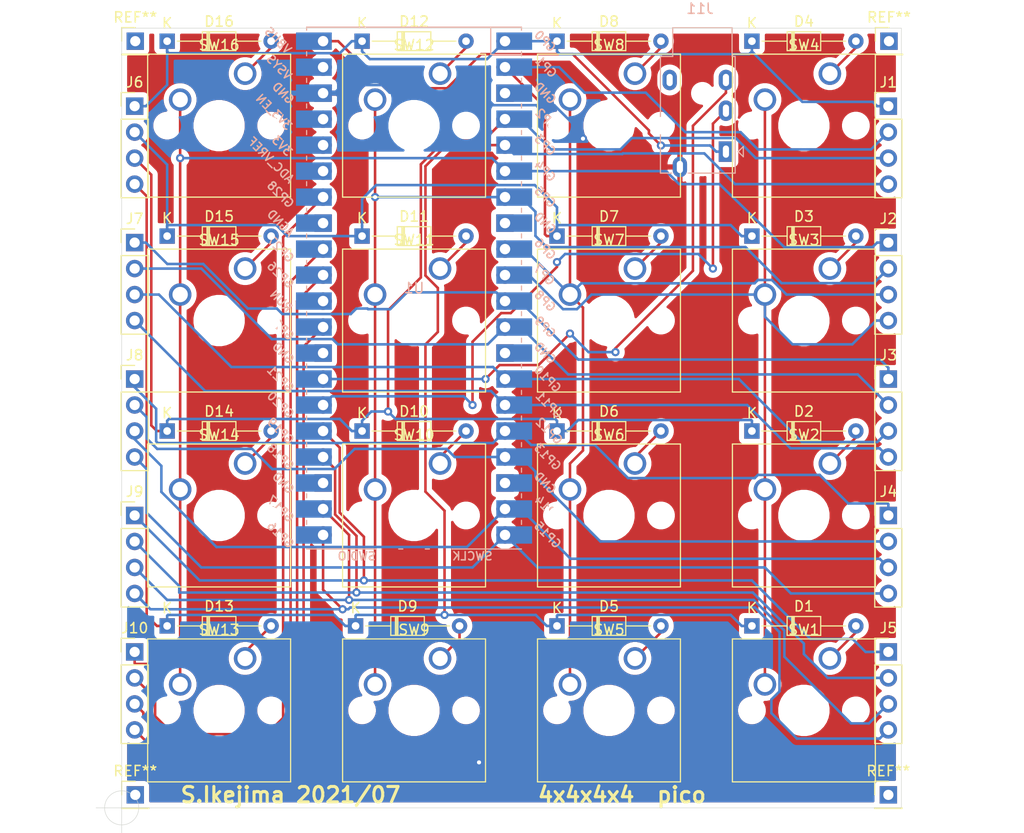
<source format=kicad_pcb>
(kicad_pcb (version 20171130) (host pcbnew 5.1.5+dfsg1-2build2)
  (layers (0 F.Cu signal) (31 B.Cu signal) (34 B.Paste user) (35 F.Paste user) (36 B.SilkS user) (37 F.SilkS user) (38 B.Mask user) (39 F.Mask user) (44 Edge.Cuts user))
  (net 0 "")
  (net 1 "Net-(D1-Pad2)")
  (net 2 ROW0)
  (net 3 "Net-(D2-Pad2)")
  (net 4 ROW1)
  (net 5 "Net-(D3-Pad2)")
  (net 6 ROW2)
  (net 7 ROW3)
  (net 8 "Net-(D4-Pad2)")
  (net 9 "Net-(D5-Pad2)")
  (net 10 "Net-(D6-Pad2)")
  (net 11 "Net-(D7-Pad2)")
  (net 12 "Net-(D8-Pad2)")
  (net 13 "Net-(D9-Pad2)")
  (net 14 "Net-(D10-Pad2)")
  (net 15 "Net-(D11-Pad2)")
  (net 16 "Net-(D12-Pad2)")
  (net 17 "Net-(D13-Pad2)")
  (net 18 "Net-(D14-Pad2)")
  (net 19 "Net-(D15-Pad2)")
  (net 20 "Net-(D16-Pad2)")
  (net 21 COL3)
  (net 22 COL2)
  (net 23 COL1)
  (net 24 COL0)
  (net 25 COL7)
  (net 26 COL6)
  (net 27 COL5)
  (net 28 COL4)
  (net 29 COL8)
  (net 30 COL9)
  (net 31 COL10)
  (net 32 COL11)
  (net 33 COL15)
  (net 34 COL14)
  (net 35 COL13)
  (net 36 COL12)
  (net 37 COL16)
  (net 38 COL17)
  (net 39 COL18)
  (net 40 COL19)
  (net 41 GND)
  (net 42 VBUS)
  (net 43 SDA)
  (net 44 SCL)
  (net 45 "Net-(U1-Pad3)")
  (net 46 "Net-(U1-Pad8)")
  (net 47 "Net-(U1-Pad13)")
  (net 48 "Net-(U1-Pad18)")
  (net 49 "Net-(U1-Pad23)")
  (net 50 "Net-(U1-Pad28)")
  (net 51 "Net-(U1-Pad30)")
  (net 52 "Net-(U1-Pad33)")
  (net 53 "Net-(U1-Pad35)")
  (net 54 "Net-(U1-Pad36)")
  (net 55 "Net-(U1-Pad37)")
  (net 56 "Net-(U1-Pad39)")
  (module Button_Switch_Keyboard:SW_Cherry_MX_1.00u_PCB (layer F.Cu) (at 144.145 142.875)
    (fp_text reference SW9 (at -2.54 -2.794) (layer F.SilkS))
    (fp_text value SW_Push)
    (pad "" np_thru_hole circle (at 2.54 5.08) (size 1.7 1.7) (drill 1.7) (layers *.Cu *.Mask))
    (pad "" np_thru_hole circle (at -7.62 5.08) (size 1.7 1.7) (drill 1.7) (layers *.Cu *.Mask))
    (pad "" np_thru_hole circle (at -2.54 5.08) (size 4 4) (drill 4) (layers *.Cu *.Mask))
    (pad 2 thru_hole circle (at -6.35 2.54) (size 2.2 2.2) (drill 1.5) (layers *.Cu *.Mask) (net 22 COL2))
    (pad 1 thru_hole circle (at 0 0) (size 2.2 2.2) (drill 1.5) (layers *.Cu *.Mask) (net 13 "Net-(D9-Pad2)"))
  )
  (module Connector_PinHeader_2.54mm:PinHeader_1x01_P2.54mm_Vertical (layer F.Cu) (at 188.02 82.55)
    (fp_text reference REF** (at 0 -2.33) (layer F.SilkS))
    (fp_text value PinHeader_1x01_P2.54mm_Vertical)
    (pad 1 thru_hole rect (at 0 0) (size 1.7 1.7) (drill 1) (layers *.Cu *.Mask))
  )
  (module Connector_PinHeader_2.54mm:PinHeader_1x01_P2.54mm_Vertical (layer F.Cu) (at 114.36 82.55)
    (fp_text reference REF** (at 0 -2.33) (layer F.SilkS))
    (fp_text value PinHeader_1x01_P2.54mm_Vertical)
    (pad 1 thru_hole rect (at 0 0) (size 1.7 1.7) (drill 1) (layers *.Cu *.Mask))
  )
  (module Connector_PinHeader_2.54mm:PinHeader_1x01_P2.54mm_Vertical (layer F.Cu) (at 114.36 156.21)
    (fp_text reference REF** (at 0 -2.33) (layer F.SilkS))
    (fp_text value PinHeader_1x01_P2.54mm_Vertical)
    (pad 1 thru_hole rect (at 0 0) (size 1.7 1.7) (drill 1) (layers *.Cu *.Mask))
  )
  (module Connector_PinHeader_2.54mm:PinHeader_1x01_P2.54mm_Vertical (layer F.Cu) (at 187.96 156.21)
    (fp_text reference REF** (at 0 -2.33) (layer F.SilkS))
    (fp_text value PinHeader_1x01_P2.54mm_Vertical)
    (pad 1 thru_hole rect (at 0 0) (size 1.7 1.7) (drill 1) (layers *.Cu *.Mask))
  )
  (module Connector_PinHeader_2.54mm:PinHeader_1x04_P2.54mm_Vertical (layer F.Cu) (at 114.3 142.24)
    (fp_text reference J10 (at 0 -2.33) (layer F.SilkS))
    (fp_text value Conn_01x04)
    (pad 4 thru_hole oval (at 0 7.62) (size 1.7 1.7) (drill 1) (layers *.Cu *.Mask) (net 37 COL16))
    (pad 3 thru_hole oval (at 0 5.08) (size 1.7 1.7) (drill 1) (layers *.Cu *.Mask) (net 38 COL17))
    (pad 2 thru_hole oval (at 0 2.54) (size 1.7 1.7) (drill 1) (layers *.Cu *.Mask) (net 39 COL18))
    (pad 1 thru_hole rect (at 0 0) (size 1.7 1.7) (drill 1) (layers *.Cu *.Mask) (net 40 COL19))
  )
  (module Connector_PinHeader_2.54mm:PinHeader_1x04_P2.54mm_Vertical (layer F.Cu) (at 114.3 128.905)
    (fp_text reference J9 (at 0 -2.33) (layer F.SilkS))
    (fp_text value Conn_01x04)
    (pad 1 thru_hole rect (at 0 0) (size 1.7 1.7) (drill 1) (layers *.Cu *.Mask) (net 33 COL15))
    (pad 2 thru_hole oval (at 0 2.54) (size 1.7 1.7) (drill 1) (layers *.Cu *.Mask) (net 34 COL14))
    (pad 3 thru_hole oval (at 0 5.08) (size 1.7 1.7) (drill 1) (layers *.Cu *.Mask) (net 35 COL13))
    (pad 4 thru_hole oval (at 0 7.62) (size 1.7 1.7) (drill 1) (layers *.Cu *.Mask) (net 36 COL12))
  )
  (module Connector_PinHeader_2.54mm:PinHeader_1x04_P2.54mm_Vertical (layer F.Cu) (at 114.3 115.57)
    (fp_text reference J8 (at 0 -2.33) (layer F.SilkS))
    (fp_text value Conn_01x04)
    (pad 4 thru_hole oval (at 0 7.62) (size 1.7 1.7) (drill 1) (layers *.Cu *.Mask) (net 29 COL8))
    (pad 3 thru_hole oval (at 0 5.08) (size 1.7 1.7) (drill 1) (layers *.Cu *.Mask) (net 30 COL9))
    (pad 2 thru_hole oval (at 0 2.54) (size 1.7 1.7) (drill 1) (layers *.Cu *.Mask) (net 31 COL10))
    (pad 1 thru_hole rect (at 0 0) (size 1.7 1.7) (drill 1) (layers *.Cu *.Mask) (net 32 COL11))
  )
  (module Connector_PinHeader_2.54mm:PinHeader_1x04_P2.54mm_Vertical (layer F.Cu) (at 114.3 102.235)
    (fp_text reference J7 (at 0 -2.33) (layer F.SilkS))
    (fp_text value Conn_01x04)
    (pad 1 thru_hole rect (at 0 0) (size 1.7 1.7) (drill 1) (layers *.Cu *.Mask) (net 25 COL7))
    (pad 2 thru_hole oval (at 0 2.54) (size 1.7 1.7) (drill 1) (layers *.Cu *.Mask) (net 26 COL6))
    (pad 3 thru_hole oval (at 0 5.08) (size 1.7 1.7) (drill 1) (layers *.Cu *.Mask) (net 27 COL5))
    (pad 4 thru_hole oval (at 0 7.62) (size 1.7 1.7) (drill 1) (layers *.Cu *.Mask) (net 28 COL4))
  )
  (module Connector_PinHeader_2.54mm:PinHeader_1x04_P2.54mm_Vertical (layer F.Cu) (at 114.3 88.9)
    (fp_text reference J6 (at 0 -2.33) (layer F.SilkS))
    (fp_text value Conn_01x04)
    (pad 4 thru_hole oval (at 0 7.62) (size 1.7 1.7) (drill 1) (layers *.Cu *.Mask) (net 2 ROW0))
    (pad 3 thru_hole oval (at 0 5.08) (size 1.7 1.7) (drill 1) (layers *.Cu *.Mask) (net 4 ROW1))
    (pad 2 thru_hole oval (at 0 2.54) (size 1.7 1.7) (drill 1) (layers *.Cu *.Mask) (net 6 ROW2))
    (pad 1 thru_hole rect (at 0 0) (size 1.7 1.7) (drill 1) (layers *.Cu *.Mask) (net 7 ROW3))
  )
  (module Connector_PinHeader_2.54mm:PinHeader_1x04_P2.54mm_Vertical (layer F.Cu) (at 187.96 142.24)
    (fp_text reference J5 (at 0 -2.33) (layer F.SilkS))
    (fp_text value Conn_01x04)
    (pad 1 thru_hole rect (at 0 0) (size 1.7 1.7) (drill 1) (layers *.Cu *.Mask) (net 33 COL15))
    (pad 2 thru_hole oval (at 0 2.54) (size 1.7 1.7) (drill 1) (layers *.Cu *.Mask) (net 34 COL14))
    (pad 3 thru_hole oval (at 0 5.08) (size 1.7 1.7) (drill 1) (layers *.Cu *.Mask) (net 35 COL13))
    (pad 4 thru_hole oval (at 0 7.62) (size 1.7 1.7) (drill 1) (layers *.Cu *.Mask) (net 36 COL12))
  )
  (module Connector_PinHeader_2.54mm:PinHeader_1x04_P2.54mm_Vertical (layer F.Cu) (at 187.96 128.905)
    (fp_text reference J4 (at 0 -2.33) (layer F.SilkS))
    (fp_text value Conn_01x04)
    (pad 4 thru_hole oval (at 0 7.62) (size 1.7 1.7) (drill 1) (layers *.Cu *.Mask) (net 29 COL8))
    (pad 3 thru_hole oval (at 0 5.08) (size 1.7 1.7) (drill 1) (layers *.Cu *.Mask) (net 30 COL9))
    (pad 2 thru_hole oval (at 0 2.54) (size 1.7 1.7) (drill 1) (layers *.Cu *.Mask) (net 31 COL10))
    (pad 1 thru_hole rect (at 0 0) (size 1.7 1.7) (drill 1) (layers *.Cu *.Mask) (net 32 COL11))
  )
  (module Connector_PinHeader_2.54mm:PinHeader_1x04_P2.54mm_Vertical (layer F.Cu) (at 187.96 115.57)
    (fp_text reference J3 (at 0 -2.33) (layer F.SilkS))
    (fp_text value Conn_01x04)
    (pad 1 thru_hole rect (at 0 0) (size 1.7 1.7) (drill 1) (layers *.Cu *.Mask) (net 25 COL7))
    (pad 2 thru_hole oval (at 0 2.54) (size 1.7 1.7) (drill 1) (layers *.Cu *.Mask) (net 26 COL6))
    (pad 3 thru_hole oval (at 0 5.08) (size 1.7 1.7) (drill 1) (layers *.Cu *.Mask) (net 27 COL5))
    (pad 4 thru_hole oval (at 0 7.62) (size 1.7 1.7) (drill 1) (layers *.Cu *.Mask) (net 28 COL4))
  )
  (module Connector_PinHeader_2.54mm:PinHeader_1x04_P2.54mm_Vertical (layer F.Cu) (at 187.96 102.235)
    (fp_text reference J2 (at 0 -2.33) (layer F.SilkS))
    (fp_text value Conn_01x04)
    (pad 1 thru_hole rect (at 0 0) (size 1.7 1.7) (drill 1) (layers *.Cu *.Mask) (net 21 COL3))
    (pad 2 thru_hole oval (at 0 2.54) (size 1.7 1.7) (drill 1) (layers *.Cu *.Mask) (net 22 COL2))
    (pad 3 thru_hole oval (at 0 5.08) (size 1.7 1.7) (drill 1) (layers *.Cu *.Mask) (net 23 COL1))
    (pad 4 thru_hole oval (at 0 7.62) (size 1.7 1.7) (drill 1) (layers *.Cu *.Mask) (net 24 COL0))
  )
  (module Connector_PinHeader_2.54mm:PinHeader_1x04_P2.54mm_Vertical (layer F.Cu) (at 187.96 88.9)
    (fp_text reference J1 (at 0 -2.33) (layer F.SilkS))
    (fp_text value Conn_01x04)
    (pad 4 thru_hole oval (at 0 7.62) (size 1.7 1.7) (drill 1) (layers *.Cu *.Mask) (net 2 ROW0))
    (pad 3 thru_hole oval (at 0 5.08) (size 1.7 1.7) (drill 1) (layers *.Cu *.Mask) (net 4 ROW1))
    (pad 2 thru_hole oval (at 0 2.54) (size 1.7 1.7) (drill 1) (layers *.Cu *.Mask) (net 6 ROW2))
    (pad 1 thru_hole rect (at 0 0) (size 1.7 1.7) (drill 1) (layers *.Cu *.Mask) (net 7 ROW3))
  )
  (module pico:RPi_Pico_SMD_TH (layer B.Cu) (at 141.605 106.68 180)
    (fp_text reference U1 (at 0 0 180) (layer B.SilkS) (effects (justify mirror)))
    (fp_text value Pico)
    (fp_text user GP1 (at -12.9 21.6 135) (layer B.SilkS) (effects (font (size 0.8 0.8)) (justify mirror)))
    (fp_text user GP2 (at -12.9 16.51 135) (layer B.SilkS) (effects (font (size 0.8 0.8)) (justify mirror)))
    (fp_text user GP0 (at -12.8 24.13 135) (layer B.SilkS) (effects (font (size 0.8 0.8)) (justify mirror)))
    (fp_text user GP3 (at -12.8 13.97 135) (layer B.SilkS) (effects (font (size 0.8 0.8)) (justify mirror)))
    (fp_text user GP4 (at -12.8 11.43 135) (layer B.SilkS) (effects (font (size 0.8 0.8)) (justify mirror)))
    (fp_text user GP5 (at -12.8 8.89 135) (layer B.SilkS) (effects (font (size 0.8 0.8)) (justify mirror)))
    (fp_text user GP6 (at -12.8 3.81 135) (layer B.SilkS) (effects (font (size 0.8 0.8)) (justify mirror)))
    (fp_text user GP7 (at -12.7 1.3 135) (layer B.SilkS) (effects (font (size 0.8 0.8)) (justify mirror)))
    (fp_text user GP8 (at -12.8 -1.27 135) (layer B.SilkS) (effects (font (size 0.8 0.8)) (justify mirror)))
    (fp_text user GP9 (at -12.8 -3.81 135) (layer B.SilkS) (effects (font (size 0.8 0.8)) (justify mirror)))
    (fp_text user GP10 (at -13.054 -8.89 135) (layer B.SilkS) (effects (font (size 0.8 0.8)) (justify mirror)))
    (fp_text user GP11 (at -13.2 -11.43 135) (layer B.SilkS) (effects (font (size 0.8 0.8)) (justify mirror)))
    (fp_text user GP12 (at -13.2 -13.97 135) (layer B.SilkS) (effects (font (size 0.8 0.8)) (justify mirror)))
    (fp_text user GP13 (at -13.054 -16.51 135) (layer B.SilkS) (effects (font (size 0.8 0.8)) (justify mirror)))
    (fp_text user GP14 (at -13.1 -21.59 135) (layer B.SilkS) (effects (font (size 0.8 0.8)) (justify mirror)))
    (fp_text user GP15 (at -13.054 -24.13 135) (layer B.SilkS) (effects (font (size 0.8 0.8)) (justify mirror)))
    (fp_text user GP16 (at 13.054 -24.13 135) (layer B.SilkS) (effects (font (size 0.8 0.8)) (justify mirror)))
    (fp_text user GP17 (at 13.054 -21.59 135) (layer B.SilkS) (effects (font (size 0.8 0.8)) (justify mirror)))
    (fp_text user GP18 (at 13.054 -16.51 135) (layer B.SilkS) (effects (font (size 0.8 0.8)) (justify mirror)))
    (fp_text user GP19 (at 13.054 -13.97 135) (layer B.SilkS) (effects (font (size 0.8 0.8)) (justify mirror)))
    (fp_text user GP20 (at 13.054 -11.43 135) (layer B.SilkS) (effects (font (size 0.8 0.8)) (justify mirror)))
    (fp_text user GP21 (at 13.054 -8.9 135) (layer B.SilkS) (effects (font (size 0.8 0.8)) (justify mirror)))
    (fp_text user GP22 (at 13.054 -3.81 135) (layer B.SilkS) (effects (font (size 0.8 0.8)) (justify mirror)))
    (fp_text user RUN (at 13 -1.27 135) (layer B.SilkS) (effects (font (size 0.8 0.8)) (justify mirror)))
    (fp_text user GP26 (at 13.054 1.27 135) (layer B.SilkS) (effects (font (size 0.8 0.8)) (justify mirror)))
    (fp_text user GP27 (at 13.054 3.8 135) (layer B.SilkS) (effects (font (size 0.8 0.8)) (justify mirror)))
    (fp_text user GP28 (at 13.054 9.144 135) (layer B.SilkS) (effects (font (size 0.8 0.8)) (justify mirror)))
    (fp_text user ADC_VREF (at 14 12.5 135) (layer B.SilkS) (effects (font (size 0.8 0.8)) (justify mirror)))
    (fp_text user 3V3 (at 12.9 13.9 135) (layer B.SilkS) (effects (font (size 0.8 0.8)) (justify mirror)))
    (fp_text user 3V3_EN (at 13.7 17.2 135) (layer B.SilkS) (effects (font (size 0.8 0.8)) (justify mirror)))
    (fp_text user VSYS (at 13.2 21.59 135) (layer B.SilkS) (effects (font (size 0.8 0.8)) (justify mirror)))
    (fp_text user VBUS (at 13.3 24.2 135) (layer B.SilkS) (effects (font (size 0.8 0.8)) (justify mirror)))
    (fp_text user GND (at -12.8 19.05 135) (layer B.SilkS) (effects (font (size 0.8 0.8)) (justify mirror)))
    (fp_text user GND (at -12.8 6.35 135) (layer B.SilkS) (effects (font (size 0.8 0.8)) (justify mirror)))
    (fp_text user GND (at -12.8 -6.35 135) (layer B.SilkS) (effects (font (size 0.8 0.8)) (justify mirror)))
    (fp_text user GND (at -12.8 -19.05 135) (layer B.SilkS) (effects (font (size 0.8 0.8)) (justify mirror)))
    (fp_text user GND (at 12.8 -19.05 135) (layer B.SilkS) (effects (font (size 0.8 0.8)) (justify mirror)))
    (fp_text user GND (at 12.8 -6.35 135) (layer B.SilkS) (effects (font (size 0.8 0.8)) (justify mirror)))
    (fp_text user GND (at 12.8 19.05 135) (layer B.SilkS) (effects (font (size 0.8 0.8)) (justify mirror)))
    (fp_text user AGND (at 13.054 6.35 135) (layer B.SilkS) (effects (font (size 0.8 0.8)) (justify mirror)))
    (fp_text user SWCLK (at -5.7 -26.2 180) (layer B.SilkS) (effects (font (size 0.8 0.8)) (justify mirror)))
    (fp_text user SWDIO (at 5.6 -26.2 180) (layer B.SilkS) (effects (font (size 0.8 0.8)) (justify mirror)))
    (pad 1 thru_hole oval (at -8.89 24.13 180) (size 1.7 1.7) (drill 1.02) (layers *.Cu *.Mask) (net 7 ROW3))
    (pad 2 thru_hole oval (at -8.89 21.59 180) (size 1.7 1.7) (drill 1.02) (layers *.Cu *.Mask) (net 6 ROW2))
    (pad 3 thru_hole rect (at -8.89 19.05 180) (size 1.7 1.7) (drill 1.02) (layers *.Cu *.Mask) (net 45 "Net-(U1-Pad3)"))
    (pad 4 thru_hole oval (at -8.89 16.51 180) (size 1.7 1.7) (drill 1.02) (layers *.Cu *.Mask) (net 4 ROW1))
    (pad 5 thru_hole oval (at -8.89 13.97 180) (size 1.7 1.7) (drill 1.02) (layers *.Cu *.Mask) (net 2 ROW0))
    (pad 6 thru_hole oval (at -8.89 11.43 180) (size 1.7 1.7) (drill 1.02) (layers *.Cu *.Mask) (net 21 COL3))
    (pad 7 thru_hole oval (at -8.89 8.89 180) (size 1.7 1.7) (drill 1.02) (layers *.Cu *.Mask) (net 22 COL2))
    (pad 8 thru_hole rect (at -8.89 6.35 180) (size 1.7 1.7) (drill 1.02) (layers *.Cu *.Mask) (net 46 "Net-(U1-Pad8)"))
    (pad 9 thru_hole oval (at -8.89 3.81 180) (size 1.7 1.7) (drill 1.02) (layers *.Cu *.Mask) (net 23 COL1))
    (pad 10 thru_hole oval (at -8.89 1.27 180) (size 1.7 1.7) (drill 1.02) (layers *.Cu *.Mask) (net 24 COL0))
    (pad 11 thru_hole oval (at -8.89 -1.27 180) (size 1.7 1.7) (drill 1.02) (layers *.Cu *.Mask) (net 25 COL7))
    (pad 12 thru_hole oval (at -8.89 -3.81 180) (size 1.7 1.7) (drill 1.02) (layers *.Cu *.Mask) (net 26 COL6))
    (pad 13 thru_hole rect (at -8.89 -6.35 180) (size 1.7 1.7) (drill 1.02) (layers *.Cu *.Mask) (net 47 "Net-(U1-Pad13)"))
    (pad 14 thru_hole oval (at -8.89 -8.89 180) (size 1.7 1.7) (drill 1.02) (layers *.Cu *.Mask) (net 27 COL5))
    (pad 15 thru_hole oval (at -8.89 -11.43 180) (size 1.7 1.7) (drill 1.02) (layers *.Cu *.Mask) (net 28 COL4))
    (pad 16 thru_hole oval (at -8.89 -13.97 180) (size 1.7 1.7) (drill 1.02) (layers *.Cu *.Mask) (net 32 COL11))
    (pad 17 thru_hole oval (at -8.89 -16.51 180) (size 1.7 1.7) (drill 1.02) (layers *.Cu *.Mask) (net 31 COL10))
    (pad 18 thru_hole rect (at -8.89 -19.05 180) (size 1.7 1.7) (drill 1.02) (layers *.Cu *.Mask) (net 48 "Net-(U1-Pad18)"))
    (pad 19 thru_hole oval (at -8.89 -21.59 180) (size 1.7 1.7) (drill 1.02) (layers *.Cu *.Mask) (net 30 COL9))
    (pad 20 thru_hole oval (at -8.89 -24.13 180) (size 1.7 1.7) (drill 1.02) (layers *.Cu *.Mask) (net 29 COL8))
    (pad 21 thru_hole oval (at 8.89 -24.13 180) (size 1.7 1.7) (drill 1.02) (layers *.Cu *.Mask) (net 36 COL12))
    (pad 22 thru_hole oval (at 8.89 -21.59 180) (size 1.7 1.7) (drill 1.02) (layers *.Cu *.Mask) (net 35 COL13))
    (pad 23 thru_hole rect (at 8.89 -19.05 180) (size 1.7 1.7) (drill 1.02) (layers *.Cu *.Mask) (net 49 "Net-(U1-Pad23)"))
    (pad 24 thru_hole oval (at 8.89 -16.51 180) (size 1.7 1.7) (drill 1.02) (layers *.Cu *.Mask) (net 34 COL14))
    (pad 25 thru_hole oval (at 8.89 -13.97 180) (size 1.7 1.7) (drill 1.02) (layers *.Cu *.Mask) (net 33 COL15))
    (pad 26 thru_hole oval (at 8.89 -11.43 180) (size 1.7 1.7) (drill 1.02) (layers *.Cu *.Mask) (net 43 SDA))
    (pad 27 thru_hole oval (at 8.89 -8.89 180) (size 1.7 1.7) (drill 1.02) (layers *.Cu *.Mask) (net 44 SCL))
    (pad 28 thru_hole rect (at 8.89 -6.35 180) (size 1.7 1.7) (drill 1.02) (layers *.Cu *.Mask) (net 50 "Net-(U1-Pad28)"))
    (pad 29 thru_hole oval (at 8.89 -3.81 180) (size 1.7 1.7) (drill 1.02) (layers *.Cu *.Mask) (net 37 COL16))
    (pad 30 thru_hole oval (at 8.89 -1.27 180) (size 1.7 1.7) (drill 1.02) (layers *.Cu *.Mask) (net 51 "Net-(U1-Pad30)"))
    (pad 31 thru_hole oval (at 8.89 1.27 180) (size 1.7 1.7) (drill 1.02) (layers *.Cu *.Mask) (net 38 COL17))
    (pad 32 thru_hole oval (at 8.89 3.81 180) (size 1.7 1.7) (drill 1.02) (layers *.Cu *.Mask) (net 39 COL18))
    (pad 33 thru_hole rect (at 8.89 6.35 180) (size 1.7 1.7) (drill 1.02) (layers *.Cu *.Mask) (net 52 "Net-(U1-Pad33)"))
    (pad 34 thru_hole oval (at 8.89 8.89 180) (size 1.7 1.7) (drill 1.02) (layers *.Cu *.Mask) (net 40 COL19))
    (pad 35 thru_hole oval (at 8.89 11.43 180) (size 1.7 1.7) (drill 1.02) (layers *.Cu *.Mask) (net 53 "Net-(U1-Pad35)"))
    (pad 36 thru_hole oval (at 8.89 13.97 180) (size 1.7 1.7) (drill 1.02) (layers *.Cu *.Mask) (net 54 "Net-(U1-Pad36)"))
    (pad 37 thru_hole oval (at 8.89 16.51 180) (size 1.7 1.7) (drill 1.02) (layers *.Cu *.Mask) (net 55 "Net-(U1-Pad37)"))
    (pad 38 thru_hole rect (at 8.89 19.05 180) (size 1.7 1.7) (drill 1.02) (layers *.Cu *.Mask) (net 41 GND))
    (pad 39 thru_hole oval (at 8.89 21.59 180) (size 1.7 1.7) (drill 1.02) (layers *.Cu *.Mask) (net 56 "Net-(U1-Pad39)"))
    (pad 40 thru_hole oval (at 8.89 24.13 180) (size 1.7 1.7) (drill 1.02) (layers *.Cu *.Mask) (net 42 VBUS))
    (pad 1 smd rect (at -8.89 24.13 180) (size 3.5 1.7) (drill (offset -0.9 0)) (layers B.Cu B.Mask) (net 7 ROW3))
    (pad 2 smd rect (at -8.89 21.59 180) (size 3.5 1.7) (drill (offset -0.9 0)) (layers B.Cu B.Mask) (net 6 ROW2))
    (pad 3 smd rect (at -8.89 19.05 180) (size 3.5 1.7) (drill (offset -0.9 0)) (layers B.Cu B.Mask) (net 45 "Net-(U1-Pad3)"))
    (pad 4 smd rect (at -8.89 16.51 180) (size 3.5 1.7) (drill (offset -0.9 0)) (layers B.Cu B.Mask) (net 4 ROW1))
    (pad 5 smd rect (at -8.89 13.97 180) (size 3.5 1.7) (drill (offset -0.9 0)) (layers B.Cu B.Mask) (net 2 ROW0))
    (pad 6 smd rect (at -8.89 11.43 180) (size 3.5 1.7) (drill (offset -0.9 0)) (layers B.Cu B.Mask) (net 21 COL3))
    (pad 7 smd rect (at -8.89 8.89 180) (size 3.5 1.7) (drill (offset -0.9 0)) (layers B.Cu B.Mask) (net 22 COL2))
    (pad 8 smd rect (at -8.89 6.35 180) (size 3.5 1.7) (drill (offset -0.9 0)) (layers B.Cu B.Mask) (net 46 "Net-(U1-Pad8)"))
    (pad 9 smd rect (at -8.89 3.81 180) (size 3.5 1.7) (drill (offset -0.9 0)) (layers B.Cu B.Mask) (net 23 COL1))
    (pad 10 smd rect (at -8.89 1.27 180) (size 3.5 1.7) (drill (offset -0.9 0)) (layers B.Cu B.Mask) (net 24 COL0))
    (pad 11 smd rect (at -8.89 -1.27 180) (size 3.5 1.7) (drill (offset -0.9 0)) (layers B.Cu B.Mask) (net 25 COL7))
    (pad 12 smd rect (at -8.89 -3.81 180) (size 3.5 1.7) (drill (offset -0.9 0)) (layers B.Cu B.Mask) (net 26 COL6))
    (pad 13 smd rect (at -8.89 -6.35 180) (size 3.5 1.7) (drill (offset -0.9 0)) (layers B.Cu B.Mask) (net 47 "Net-(U1-Pad13)"))
    (pad 14 smd rect (at -8.89 -8.89 180) (size 3.5 1.7) (drill (offset -0.9 0)) (layers B.Cu B.Mask) (net 27 COL5))
    (pad 15 smd rect (at -8.89 -11.43 180) (size 3.5 1.7) (drill (offset -0.9 0)) (layers B.Cu B.Mask) (net 28 COL4))
    (pad 16 smd rect (at -8.89 -13.97 180) (size 3.5 1.7) (drill (offset -0.9 0)) (layers B.Cu B.Mask) (net 32 COL11))
    (pad 17 smd rect (at -8.89 -16.51 180) (size 3.5 1.7) (drill (offset -0.9 0)) (layers B.Cu B.Mask) (net 31 COL10))
    (pad 18 smd rect (at -8.89 -19.05 180) (size 3.5 1.7) (drill (offset -0.9 0)) (layers B.Cu B.Mask) (net 48 "Net-(U1-Pad18)"))
    (pad 19 smd rect (at -8.89 -21.59 180) (size 3.5 1.7) (drill (offset -0.9 0)) (layers B.Cu B.Mask) (net 30 COL9))
    (pad 20 smd rect (at -8.89 -24.13 180) (size 3.5 1.7) (drill (offset -0.9 0)) (layers B.Cu B.Mask) (net 29 COL8))
    (pad 40 smd rect (at 8.89 24.13 180) (size 3.5 1.7) (drill (offset 0.9 0)) (layers B.Cu B.Mask) (net 42 VBUS))
    (pad 39 smd rect (at 8.89 21.59 180) (size 3.5 1.7) (drill (offset 0.9 0)) (layers B.Cu B.Mask) (net 56 "Net-(U1-Pad39)"))
    (pad 38 smd rect (at 8.89 19.05 180) (size 3.5 1.7) (drill (offset 0.9 0)) (layers B.Cu B.Mask) (net 41 GND))
    (pad 37 smd rect (at 8.89 16.51 180) (size 3.5 1.7) (drill (offset 0.9 0)) (layers B.Cu B.Mask) (net 55 "Net-(U1-Pad37)"))
    (pad 36 smd rect (at 8.89 13.97 180) (size 3.5 1.7) (drill (offset 0.9 0)) (layers B.Cu B.Mask) (net 54 "Net-(U1-Pad36)"))
    (pad 35 smd rect (at 8.89 11.43 180) (size 3.5 1.7) (drill (offset 0.9 0)) (layers B.Cu B.Mask) (net 53 "Net-(U1-Pad35)"))
    (pad 34 smd rect (at 8.89 8.89 180) (size 3.5 1.7) (drill (offset 0.9 0)) (layers B.Cu B.Mask) (net 40 COL19))
    (pad 33 smd rect (at 8.89 6.35 180) (size 3.5 1.7) (drill (offset 0.9 0)) (layers B.Cu B.Mask) (net 52 "Net-(U1-Pad33)"))
    (pad 32 smd rect (at 8.89 3.81 180) (size 3.5 1.7) (drill (offset 0.9 0)) (layers B.Cu B.Mask) (net 39 COL18))
    (pad 31 smd rect (at 8.89 1.27 180) (size 3.5 1.7) (drill (offset 0.9 0)) (layers B.Cu B.Mask) (net 38 COL17))
    (pad 30 smd rect (at 8.89 -1.27 180) (size 3.5 1.7) (drill (offset 0.9 0)) (layers B.Cu B.Mask) (net 51 "Net-(U1-Pad30)"))
    (pad 29 smd rect (at 8.89 -3.81 180) (size 3.5 1.7) (drill (offset 0.9 0)) (layers B.Cu B.Mask) (net 37 COL16))
    (pad 28 smd rect (at 8.89 -6.35 180) (size 3.5 1.7) (drill (offset 0.9 0)) (layers B.Cu B.Mask) (net 50 "Net-(U1-Pad28)"))
    (pad 27 smd rect (at 8.89 -8.89 180) (size 3.5 1.7) (drill (offset 0.9 0)) (layers B.Cu B.Mask) (net 44 SCL))
    (pad 26 smd rect (at 8.89 -11.43 180) (size 3.5 1.7) (drill (offset 0.9 0)) (layers B.Cu B.Mask) (net 43 SDA))
    (pad 25 smd rect (at 8.89 -13.97 180) (size 3.5 1.7) (drill (offset 0.9 0)) (layers B.Cu B.Mask) (net 33 COL15))
    (pad 24 smd rect (at 8.89 -16.51 180) (size 3.5 1.7) (drill (offset 0.9 0)) (layers B.Cu B.Mask) (net 34 COL14))
    (pad 23 smd rect (at 8.89 -19.05 180) (size 3.5 1.7) (drill (offset 0.9 0)) (layers B.Cu B.Mask) (net 49 "Net-(U1-Pad23)"))
    (pad 22 smd rect (at 8.89 -21.59 180) (size 3.5 1.7) (drill (offset 0.9 0)) (layers B.Cu B.Mask) (net 35 COL13))
    (pad 21 smd rect (at 8.89 -24.13 180) (size 3.5 1.7) (drill (offset 0.9 0)) (layers B.Cu B.Mask) (net 36 COL12))
  )
  (module Diode_THT:D_DO-34_SOD68_P10.16mm_Horizontal (layer F.Cu) (at 174.625 139.7)
    (fp_text reference D1 (at 5.08 -1.92) (layer F.SilkS))
    (fp_text value D_ALT)
    (fp_text user K (at 0 -1.75) (layer F.SilkS))
    (pad 2 thru_hole oval (at 10.16 0) (size 1.5 1.5) (drill 0.75) (layers *.Cu *.Mask) (net 1 "Net-(D1-Pad2)"))
    (pad 1 thru_hole rect (at 0 0) (size 1.5 1.5) (drill 0.75) (layers *.Cu *.Mask) (net 2 ROW0))
  )
  (module Diode_THT:D_DO-34_SOD68_P10.16mm_Horizontal (layer F.Cu) (at 174.625 120.65)
    (fp_text reference D2 (at 5.08 -1.92) (layer F.SilkS))
    (fp_text value D_ALT)
    (fp_text user K (at 0 -1.75) (layer F.SilkS))
    (pad 2 thru_hole oval (at 10.16 0) (size 1.5 1.5) (drill 0.75) (layers *.Cu *.Mask) (net 3 "Net-(D2-Pad2)"))
    (pad 1 thru_hole rect (at 0 0) (size 1.5 1.5) (drill 0.75) (layers *.Cu *.Mask) (net 4 ROW1))
  )
  (module Diode_THT:D_DO-34_SOD68_P10.16mm_Horizontal (layer F.Cu) (at 174.625 101.6)
    (fp_text reference D3 (at 5.08 -1.92) (layer F.SilkS))
    (fp_text value D_ALT)
    (fp_text user K (at 0 -1.75) (layer F.SilkS))
    (pad 2 thru_hole oval (at 10.16 0) (size 1.5 1.5) (drill 0.75) (layers *.Cu *.Mask) (net 5 "Net-(D3-Pad2)"))
    (pad 1 thru_hole rect (at 0 0) (size 1.5 1.5) (drill 0.75) (layers *.Cu *.Mask) (net 6 ROW2))
  )
  (module Diode_THT:D_DO-34_SOD68_P10.16mm_Horizontal (layer F.Cu) (at 174.625 82.55)
    (fp_text reference D4 (at 5.08 -1.92) (layer F.SilkS))
    (fp_text value D_ALT)
    (fp_text user K (at 0 -1.75) (layer F.SilkS))
    (pad 1 thru_hole rect (at 0 0) (size 1.5 1.5) (drill 0.75) (layers *.Cu *.Mask) (net 7 ROW3))
    (pad 2 thru_hole oval (at 10.16 0) (size 1.5 1.5) (drill 0.75) (layers *.Cu *.Mask) (net 8 "Net-(D4-Pad2)"))
  )
  (module Diode_THT:D_DO-34_SOD68_P10.16mm_Horizontal (layer F.Cu) (at 155.575 139.7)
    (fp_text reference D5 (at 5.08 -1.92) (layer F.SilkS))
    (fp_text value D_ALT)
    (fp_text user K (at 0 -1.75) (layer F.SilkS))
    (pad 1 thru_hole rect (at 0 0) (size 1.5 1.5) (drill 0.75) (layers *.Cu *.Mask) (net 2 ROW0))
    (pad 2 thru_hole oval (at 10.16 0) (size 1.5 1.5) (drill 0.75) (layers *.Cu *.Mask) (net 9 "Net-(D5-Pad2)"))
  )
  (module Diode_THT:D_DO-34_SOD68_P10.16mm_Horizontal (layer F.Cu) (at 155.575 120.65)
    (fp_text reference D6 (at 5.08 -1.92) (layer F.SilkS))
    (fp_text value D_ALT)
    (fp_text user K (at 0 -1.75) (layer F.SilkS))
    (pad 1 thru_hole rect (at 0 0) (size 1.5 1.5) (drill 0.75) (layers *.Cu *.Mask) (net 4 ROW1))
    (pad 2 thru_hole oval (at 10.16 0) (size 1.5 1.5) (drill 0.75) (layers *.Cu *.Mask) (net 10 "Net-(D6-Pad2)"))
  )
  (module Diode_THT:D_DO-34_SOD68_P10.16mm_Horizontal (layer F.Cu) (at 155.575 101.6)
    (fp_text reference D7 (at 5.08 -1.92) (layer F.SilkS))
    (fp_text value D_ALT)
    (fp_text user K (at 0 -1.75) (layer F.SilkS))
    (pad 1 thru_hole rect (at 0 0) (size 1.5 1.5) (drill 0.75) (layers *.Cu *.Mask) (net 6 ROW2))
    (pad 2 thru_hole oval (at 10.16 0) (size 1.5 1.5) (drill 0.75) (layers *.Cu *.Mask) (net 11 "Net-(D7-Pad2)"))
  )
  (module Diode_THT:D_DO-34_SOD68_P10.16mm_Horizontal (layer F.Cu) (at 155.575 82.55)
    (fp_text reference D8 (at 5.08 -1.92) (layer F.SilkS))
    (fp_text value D_ALT)
    (fp_text user K (at 0 -1.75) (layer F.SilkS))
    (pad 2 thru_hole oval (at 10.16 0) (size 1.5 1.5) (drill 0.75) (layers *.Cu *.Mask) (net 12 "Net-(D8-Pad2)"))
    (pad 1 thru_hole rect (at 0 0) (size 1.5 1.5) (drill 0.75) (layers *.Cu *.Mask) (net 7 ROW3))
  )
  (module Diode_THT:D_DO-34_SOD68_P10.16mm_Horizontal (layer F.Cu) (at 135.89 139.7)
    (fp_text reference D9 (at 5.08 -1.92) (layer F.SilkS))
    (fp_text value D_ALT)
    (fp_text user K (at 0 -1.75) (layer F.SilkS))
    (pad 2 thru_hole oval (at 10.16 0) (size 1.5 1.5) (drill 0.75) (layers *.Cu *.Mask) (net 13 "Net-(D9-Pad2)"))
    (pad 1 thru_hole rect (at 0 0) (size 1.5 1.5) (drill 0.75) (layers *.Cu *.Mask) (net 2 ROW0))
  )
  (module Diode_THT:D_DO-34_SOD68_P10.16mm_Horizontal (layer F.Cu) (at 136.525 120.65)
    (fp_text reference D10 (at 5.08 -1.92) (layer F.SilkS))
    (fp_text value D_ALT)
    (fp_text user K (at 0 -1.75) (layer F.SilkS))
    (pad 2 thru_hole oval (at 10.16 0) (size 1.5 1.5) (drill 0.75) (layers *.Cu *.Mask) (net 14 "Net-(D10-Pad2)"))
    (pad 1 thru_hole rect (at 0 0) (size 1.5 1.5) (drill 0.75) (layers *.Cu *.Mask) (net 4 ROW1))
  )
  (module Diode_THT:D_DO-34_SOD68_P10.16mm_Horizontal (layer F.Cu) (at 136.525 101.6)
    (fp_text reference D11 (at 5.08 -1.92) (layer F.SilkS))
    (fp_text value D_ALT)
    (fp_text user K (at 0 -1.75) (layer F.SilkS))
    (pad 1 thru_hole rect (at 0 0) (size 1.5 1.5) (drill 0.75) (layers *.Cu *.Mask) (net 6 ROW2))
    (pad 2 thru_hole oval (at 10.16 0) (size 1.5 1.5) (drill 0.75) (layers *.Cu *.Mask) (net 15 "Net-(D11-Pad2)"))
  )
  (module Diode_THT:D_DO-34_SOD68_P10.16mm_Horizontal (layer F.Cu) (at 136.525 82.55)
    (fp_text reference D12 (at 5.08 -1.92) (layer F.SilkS))
    (fp_text value D_ALT)
    (fp_text user K (at 0 -1.75) (layer F.SilkS))
    (pad 2 thru_hole oval (at 10.16 0) (size 1.5 1.5) (drill 0.75) (layers *.Cu *.Mask) (net 16 "Net-(D12-Pad2)"))
    (pad 1 thru_hole rect (at 0 0) (size 1.5 1.5) (drill 0.75) (layers *.Cu *.Mask) (net 7 ROW3))
  )
  (module Diode_THT:D_DO-34_SOD68_P10.16mm_Horizontal (layer F.Cu) (at 117.475 139.7)
    (fp_text reference D13 (at 5.08 -1.92) (layer F.SilkS))
    (fp_text value D_ALT)
    (fp_text user K (at 0 -1.75) (layer F.SilkS))
    (pad 1 thru_hole rect (at 0 0) (size 1.5 1.5) (drill 0.75) (layers *.Cu *.Mask) (net 2 ROW0))
    (pad 2 thru_hole oval (at 10.16 0) (size 1.5 1.5) (drill 0.75) (layers *.Cu *.Mask) (net 17 "Net-(D13-Pad2)"))
  )
  (module Diode_THT:D_DO-34_SOD68_P10.16mm_Horizontal (layer F.Cu) (at 117.475 120.65)
    (fp_text reference D14 (at 5.08 -1.92) (layer F.SilkS))
    (fp_text value D_ALT)
    (fp_text user K (at 0 -1.75) (layer F.SilkS))
    (pad 1 thru_hole rect (at 0 0) (size 1.5 1.5) (drill 0.75) (layers *.Cu *.Mask) (net 4 ROW1))
    (pad 2 thru_hole oval (at 10.16 0) (size 1.5 1.5) (drill 0.75) (layers *.Cu *.Mask) (net 18 "Net-(D14-Pad2)"))
  )
  (module Diode_THT:D_DO-34_SOD68_P10.16mm_Horizontal (layer F.Cu) (at 117.475 101.6)
    (fp_text reference D15 (at 5.08 -1.92) (layer F.SilkS))
    (fp_text value D_ALT)
    (fp_text user K (at 0 -1.75) (layer F.SilkS))
    (pad 1 thru_hole rect (at 0 0) (size 1.5 1.5) (drill 0.75) (layers *.Cu *.Mask) (net 6 ROW2))
    (pad 2 thru_hole oval (at 10.16 0) (size 1.5 1.5) (drill 0.75) (layers *.Cu *.Mask) (net 19 "Net-(D15-Pad2)"))
  )
  (module Diode_THT:D_DO-34_SOD68_P10.16mm_Horizontal (layer F.Cu) (at 117.475 82.55)
    (fp_text reference D16 (at 5.08 -1.92) (layer F.SilkS))
    (fp_text value D_ALT)
    (fp_text user K (at 0 -1.75) (layer F.SilkS))
    (pad 2 thru_hole oval (at 10.16 0) (size 1.5 1.5) (drill 0.75) (layers *.Cu *.Mask) (net 20 "Net-(D16-Pad2)"))
    (pad 1 thru_hole rect (at 0 0) (size 1.5 1.5) (drill 0.75) (layers *.Cu *.Mask) (net 7 ROW3))
  )
  (module Connector_Audio:Jack_3.5mm_PJ320E_Horizontal (layer B.Cu) (at 172.085 93.345 180)
    (fp_text reference J11 (at 2.54 13.97) (layer B.SilkS) (effects (justify mirror)))
    (fp_text value AudioJack4)
    (pad "" thru_hole oval (at 5.5 7 270) (size 2 1.4) (drill oval 1.2 0.6) (layers *.Cu *.Mask))
    (pad S thru_hole oval (at 4.5 -1.5 270) (size 2 1.4) (drill oval 1.2 0.6) (layers *.Cu *.Mask) (net 41 GND))
    (pad T thru_hole rect (at 0 0 270) (size 2 1.4) (drill oval 1.2 0.6) (layers *.Cu *.Mask) (net 42 VBUS))
    (pad R1 thru_hole oval (at 0 4 270) (size 2 1.4) (drill oval 1.2 0.6) (layers *.Cu *.Mask) (net 43 SDA))
    (pad R2 thru_hole oval (at 0 7 270) (size 2 1.4) (drill oval 1.2 0.6) (layers *.Cu *.Mask) (net 44 SCL))
    (pad "" np_thru_hole circle (at 2.3 5.7 270) (size 1.2 1.2) (drill 1.2) (layers *.Cu *.Mask))
    (pad "" np_thru_hole circle (at 2.3 -1.3 270) (size 1.2 1.2) (drill 1.2) (layers *.Cu *.Mask))
  )
  (module Button_Switch_Keyboard:SW_Cherry_MX_1.00u_PCB (layer F.Cu) (at 182.245 142.875)
    (fp_text reference SW1 (at -2.54 -2.794) (layer F.SilkS))
    (fp_text value SW_Push)
    (pad "" np_thru_hole circle (at 2.54 5.08) (size 1.7 1.7) (drill 1.7) (layers *.Cu *.Mask))
    (pad "" np_thru_hole circle (at -7.62 5.08) (size 1.7 1.7) (drill 1.7) (layers *.Cu *.Mask))
    (pad "" np_thru_hole circle (at -2.54 5.08) (size 4 4) (drill 4) (layers *.Cu *.Mask))
    (pad 2 thru_hole circle (at -6.35 2.54) (size 2.2 2.2) (drill 1.5) (layers *.Cu *.Mask) (net 24 COL0))
    (pad 1 thru_hole circle (at 0 0) (size 2.2 2.2) (drill 1.5) (layers *.Cu *.Mask) (net 1 "Net-(D1-Pad2)"))
  )
  (module Button_Switch_Keyboard:SW_Cherry_MX_1.00u_PCB (layer F.Cu) (at 182.245 123.825)
    (fp_text reference SW2 (at -2.54 -2.794) (layer F.SilkS))
    (fp_text value SW_Push)
    (pad "" np_thru_hole circle (at 2.54 5.08) (size 1.7 1.7) (drill 1.7) (layers *.Cu *.Mask))
    (pad "" np_thru_hole circle (at -7.62 5.08) (size 1.7 1.7) (drill 1.7) (layers *.Cu *.Mask))
    (pad "" np_thru_hole circle (at -2.54 5.08) (size 4 4) (drill 4) (layers *.Cu *.Mask))
    (pad 2 thru_hole circle (at -6.35 2.54) (size 2.2 2.2) (drill 1.5) (layers *.Cu *.Mask) (net 24 COL0))
    (pad 1 thru_hole circle (at 0 0) (size 2.2 2.2) (drill 1.5) (layers *.Cu *.Mask) (net 3 "Net-(D2-Pad2)"))
  )
  (module Button_Switch_Keyboard:SW_Cherry_MX_1.00u_PCB (layer F.Cu) (at 182.245 104.775)
    (fp_text reference SW3 (at -2.54 -2.794) (layer F.SilkS))
    (fp_text value SW_Push)
    (pad 1 thru_hole circle (at 0 0) (size 2.2 2.2) (drill 1.5) (layers *.Cu *.Mask) (net 5 "Net-(D3-Pad2)"))
    (pad 2 thru_hole circle (at -6.35 2.54) (size 2.2 2.2) (drill 1.5) (layers *.Cu *.Mask) (net 24 COL0))
    (pad "" np_thru_hole circle (at -2.54 5.08) (size 4 4) (drill 4) (layers *.Cu *.Mask))
    (pad "" np_thru_hole circle (at -7.62 5.08) (size 1.7 1.7) (drill 1.7) (layers *.Cu *.Mask))
    (pad "" np_thru_hole circle (at 2.54 5.08) (size 1.7 1.7) (drill 1.7) (layers *.Cu *.Mask))
  )
  (module Button_Switch_Keyboard:SW_Cherry_MX_1.00u_PCB (layer F.Cu) (at 182.245 85.725)
    (fp_text reference SW4 (at -2.54 -2.794) (layer F.SilkS))
    (fp_text value SW_Push)
    (pad "" np_thru_hole circle (at 2.54 5.08) (size 1.7 1.7) (drill 1.7) (layers *.Cu *.Mask))
    (pad "" np_thru_hole circle (at -7.62 5.08) (size 1.7 1.7) (drill 1.7) (layers *.Cu *.Mask))
    (pad "" np_thru_hole circle (at -2.54 5.08) (size 4 4) (drill 4) (layers *.Cu *.Mask))
    (pad 2 thru_hole circle (at -6.35 2.54) (size 2.2 2.2) (drill 1.5) (layers *.Cu *.Mask) (net 24 COL0))
    (pad 1 thru_hole circle (at 0 0) (size 2.2 2.2) (drill 1.5) (layers *.Cu *.Mask) (net 8 "Net-(D4-Pad2)"))
  )
  (module Button_Switch_Keyboard:SW_Cherry_MX_1.00u_PCB (layer F.Cu) (at 163.195 142.875)
    (fp_text reference SW5 (at -2.54 -2.794) (layer F.SilkS))
    (fp_text value SW_Push)
    (pad 1 thru_hole circle (at 0 0) (size 2.2 2.2) (drill 1.5) (layers *.Cu *.Mask) (net 9 "Net-(D5-Pad2)"))
    (pad 2 thru_hole circle (at -6.35 2.54) (size 2.2 2.2) (drill 1.5) (layers *.Cu *.Mask) (net 23 COL1))
    (pad "" np_thru_hole circle (at -2.54 5.08) (size 4 4) (drill 4) (layers *.Cu *.Mask))
    (pad "" np_thru_hole circle (at -7.62 5.08) (size 1.7 1.7) (drill 1.7) (layers *.Cu *.Mask))
    (pad "" np_thru_hole circle (at 2.54 5.08) (size 1.7 1.7) (drill 1.7) (layers *.Cu *.Mask))
  )
  (module Button_Switch_Keyboard:SW_Cherry_MX_1.00u_PCB (layer F.Cu) (at 163.195 123.825)
    (fp_text reference SW6 (at -2.54 -2.794) (layer F.SilkS))
    (fp_text value SW_Push)
    (pad 1 thru_hole circle (at 0 0) (size 2.2 2.2) (drill 1.5) (layers *.Cu *.Mask) (net 10 "Net-(D6-Pad2)"))
    (pad 2 thru_hole circle (at -6.35 2.54) (size 2.2 2.2) (drill 1.5) (layers *.Cu *.Mask) (net 23 COL1))
    (pad "" np_thru_hole circle (at -2.54 5.08) (size 4 4) (drill 4) (layers *.Cu *.Mask))
    (pad "" np_thru_hole circle (at -7.62 5.08) (size 1.7 1.7) (drill 1.7) (layers *.Cu *.Mask))
    (pad "" np_thru_hole circle (at 2.54 5.08) (size 1.7 1.7) (drill 1.7) (layers *.Cu *.Mask))
  )
  (module Button_Switch_Keyboard:SW_Cherry_MX_1.00u_PCB (layer F.Cu) (at 163.195 104.775)
    (fp_text reference SW7 (at -2.54 -2.794) (layer F.SilkS))
    (fp_text value SW_Push)
    (pad 1 thru_hole circle (at 0 0) (size 2.2 2.2) (drill 1.5) (layers *.Cu *.Mask) (net 11 "Net-(D7-Pad2)"))
    (pad 2 thru_hole circle (at -6.35 2.54) (size 2.2 2.2) (drill 1.5) (layers *.Cu *.Mask) (net 23 COL1))
    (pad "" np_thru_hole circle (at -2.54 5.08) (size 4 4) (drill 4) (layers *.Cu *.Mask))
    (pad "" np_thru_hole circle (at -7.62 5.08) (size 1.7 1.7) (drill 1.7) (layers *.Cu *.Mask))
    (pad "" np_thru_hole circle (at 2.54 5.08) (size 1.7 1.7) (drill 1.7) (layers *.Cu *.Mask))
  )
  (module Button_Switch_Keyboard:SW_Cherry_MX_1.00u_PCB (layer F.Cu) (at 163.195 85.725)
    (fp_text reference SW8 (at -2.54 -2.794) (layer F.SilkS))
    (fp_text value SW_Push)
    (pad "" np_thru_hole circle (at 2.54 5.08) (size 1.7 1.7) (drill 1.7) (layers *.Cu *.Mask))
    (pad "" np_thru_hole circle (at -7.62 5.08) (size 1.7 1.7) (drill 1.7) (layers *.Cu *.Mask))
    (pad "" np_thru_hole circle (at -2.54 5.08) (size 4 4) (drill 4) (layers *.Cu *.Mask))
    (pad 2 thru_hole circle (at -6.35 2.54) (size 2.2 2.2) (drill 1.5) (layers *.Cu *.Mask) (net 23 COL1))
    (pad 1 thru_hole circle (at 0 0) (size 2.2 2.2) (drill 1.5) (layers *.Cu *.Mask) (net 12 "Net-(D8-Pad2)"))
  )
  (module Button_Switch_Keyboard:SW_Cherry_MX_1.00u_PCB (layer F.Cu) (at 144.145 123.825)
    (fp_text reference SW10 (at -2.54 -2.794) (layer F.SilkS))
    (fp_text value SW_Push)
    (pad "" np_thru_hole circle (at 2.54 5.08) (size 1.7 1.7) (drill 1.7) (layers *.Cu *.Mask))
    (pad "" np_thru_hole circle (at -7.62 5.08) (size 1.7 1.7) (drill 1.7) (layers *.Cu *.Mask))
    (pad "" np_thru_hole circle (at -2.54 5.08) (size 4 4) (drill 4) (layers *.Cu *.Mask))
    (pad 2 thru_hole circle (at -6.35 2.54) (size 2.2 2.2) (drill 1.5) (layers *.Cu *.Mask) (net 22 COL2))
    (pad 1 thru_hole circle (at 0 0) (size 2.2 2.2) (drill 1.5) (layers *.Cu *.Mask) (net 14 "Net-(D10-Pad2)"))
  )
  (module Button_Switch_Keyboard:SW_Cherry_MX_1.00u_PCB (layer F.Cu) (at 144.145 104.775)
    (fp_text reference SW11 (at -2.54 -2.794) (layer F.SilkS))
    (fp_text value SW_Push)
    (pad "" np_thru_hole circle (at 2.54 5.08) (size 1.7 1.7) (drill 1.7) (layers *.Cu *.Mask))
    (pad "" np_thru_hole circle (at -7.62 5.08) (size 1.7 1.7) (drill 1.7) (layers *.Cu *.Mask))
    (pad "" np_thru_hole circle (at -2.54 5.08) (size 4 4) (drill 4) (layers *.Cu *.Mask))
    (pad 2 thru_hole circle (at -6.35 2.54) (size 2.2 2.2) (drill 1.5) (layers *.Cu *.Mask) (net 22 COL2))
    (pad 1 thru_hole circle (at 0 0) (size 2.2 2.2) (drill 1.5) (layers *.Cu *.Mask) (net 15 "Net-(D11-Pad2)"))
  )
  (module Button_Switch_Keyboard:SW_Cherry_MX_1.00u_PCB (layer F.Cu) (at 144.145 85.725)
    (fp_text reference SW12 (at -2.54 -2.794) (layer F.SilkS))
    (fp_text value SW_Push)
    (pad 1 thru_hole circle (at 0 0) (size 2.2 2.2) (drill 1.5) (layers *.Cu *.Mask) (net 16 "Net-(D12-Pad2)"))
    (pad 2 thru_hole circle (at -6.35 2.54) (size 2.2 2.2) (drill 1.5) (layers *.Cu *.Mask) (net 22 COL2))
    (pad "" np_thru_hole circle (at -2.54 5.08) (size 4 4) (drill 4) (layers *.Cu *.Mask))
    (pad "" np_thru_hole circle (at -7.62 5.08) (size 1.7 1.7) (drill 1.7) (layers *.Cu *.Mask))
    (pad "" np_thru_hole circle (at 2.54 5.08) (size 1.7 1.7) (drill 1.7) (layers *.Cu *.Mask))
  )
  (module Button_Switch_Keyboard:SW_Cherry_MX_1.00u_PCB (layer F.Cu) (at 125.095 142.875)
    (fp_text reference SW13 (at -2.54 -2.794) (layer F.SilkS))
    (fp_text value SW_Push)
    (pad 1 thru_hole circle (at 0 0) (size 2.2 2.2) (drill 1.5) (layers *.Cu *.Mask) (net 17 "Net-(D13-Pad2)"))
    (pad 2 thru_hole circle (at -6.35 2.54) (size 2.2 2.2) (drill 1.5) (layers *.Cu *.Mask) (net 21 COL3))
    (pad "" np_thru_hole circle (at -2.54 5.08) (size 4 4) (drill 4) (layers *.Cu *.Mask))
    (pad "" np_thru_hole circle (at -7.62 5.08) (size 1.7 1.7) (drill 1.7) (layers *.Cu *.Mask))
    (pad "" np_thru_hole circle (at 2.54 5.08) (size 1.7 1.7) (drill 1.7) (layers *.Cu *.Mask))
  )
  (module Button_Switch_Keyboard:SW_Cherry_MX_1.00u_PCB (layer F.Cu) (at 125.095 123.825)
    (fp_text reference SW14 (at -2.54 -2.794) (layer F.SilkS))
    (fp_text value SW_Push)
    (pad 1 thru_hole circle (at 0 0) (size 2.2 2.2) (drill 1.5) (layers *.Cu *.Mask) (net 18 "Net-(D14-Pad2)"))
    (pad 2 thru_hole circle (at -6.35 2.54) (size 2.2 2.2) (drill 1.5) (layers *.Cu *.Mask) (net 21 COL3))
    (pad "" np_thru_hole circle (at -2.54 5.08) (size 4 4) (drill 4) (layers *.Cu *.Mask))
    (pad "" np_thru_hole circle (at -7.62 5.08) (size 1.7 1.7) (drill 1.7) (layers *.Cu *.Mask))
    (pad "" np_thru_hole circle (at 2.54 5.08) (size 1.7 1.7) (drill 1.7) (layers *.Cu *.Mask))
  )
  (module Button_Switch_Keyboard:SW_Cherry_MX_1.00u_PCB (layer F.Cu) (at 125.095 104.775)
    (fp_text reference SW15 (at -2.54 -2.794) (layer F.SilkS))
    (fp_text value SW_Push)
    (pad "" np_thru_hole circle (at 2.54 5.08) (size 1.7 1.7) (drill 1.7) (layers *.Cu *.Mask))
    (pad "" np_thru_hole circle (at -7.62 5.08) (size 1.7 1.7) (drill 1.7) (layers *.Cu *.Mask))
    (pad "" np_thru_hole circle (at -2.54 5.08) (size 4 4) (drill 4) (layers *.Cu *.Mask))
    (pad 2 thru_hole circle (at -6.35 2.54) (size 2.2 2.2) (drill 1.5) (layers *.Cu *.Mask) (net 21 COL3))
    (pad 1 thru_hole circle (at 0 0) (size 2.2 2.2) (drill 1.5) (layers *.Cu *.Mask) (net 19 "Net-(D15-Pad2)"))
  )
  (module Button_Switch_Keyboard:SW_Cherry_MX_1.00u_PCB (layer F.Cu) (at 125.095 85.725)
    (fp_text reference SW16 (at -2.54 -2.794) (layer F.SilkS))
    (fp_text value SW_Push)
    (pad 1 thru_hole circle (at 0 0) (size 2.2 2.2) (drill 1.5) (layers *.Cu *.Mask) (net 20 "Net-(D16-Pad2)"))
    (pad 2 thru_hole circle (at -6.35 2.54) (size 2.2 2.2) (drill 1.5) (layers *.Cu *.Mask) (net 21 COL3))
    (pad "" np_thru_hole circle (at -2.54 5.08) (size 4 4) (drill 4) (layers *.Cu *.Mask))
    (pad "" np_thru_hole circle (at -7.62 5.08) (size 1.7 1.7) (drill 1.7) (layers *.Cu *.Mask))
    (pad "" np_thru_hole circle (at 2.54 5.08) (size 1.7 1.7) (drill 1.7) (layers *.Cu *.Mask))
  )
  (gr_text "4x4x4x4  pico" (at 161.925 156.21) (layer F.SilkS) (effects (font (size 1.5 1.5) (thickness 0.3))))
  (gr_text "S.Ikejima 2021/07" (at 129.54 156.21) (layer F.SilkS) (effects (font (size 1.5 1.5) (thickness 0.3))))
  (target plus (at 113.03 157.48) (size 5) (width 0.05) (layer Edge.Cuts))
  (gr_line (start 189.23 81.28) (end 113.03 81.28) (layer Edge.Cuts) (width 0.05))
  (gr_line (start 189.23 157.48) (end 189.23 81.28) (layer Edge.Cuts) (width 0.05))
  (gr_line (start 113.03 157.48) (end 189.23 157.48) (layer Edge.Cuts) (width 0.05))
  (gr_line (start 113.03 81.28) (end 113.03 157.48) (layer Edge.Cuts) (width 0.05))
  (segment (start 184.785 140.335) (end 184.785 139.7) (width 0.25) (layer F.Cu) (net 1))
  (segment (start 182.245 142.875) (end 184.785 140.335) (width 0.25) (layer F.Cu) (net 1))
  (segment (start 155.575 138.7) (end 155.575 139.7) (width 0.25) (layer B.Cu) (net 2))
  (segment (start 155.650001 138.624999) (end 155.575 138.7) (width 0.25) (layer B.Cu) (net 2))
  (segment (start 172.549999 138.624999) (end 155.650001 138.624999) (width 0.25) (layer B.Cu) (net 2))
  (segment (start 173.625 139.7) (end 172.549999 138.624999) (width 0.25) (layer B.Cu) (net 2))
  (segment (start 174.625 139.7) (end 173.625 139.7) (width 0.25) (layer B.Cu) (net 2))
  (segment (start 135.89 138.7) (end 135.89 139.7) (width 0.25) (layer B.Cu) (net 2))
  (segment (start 153.499999 138.624999) (end 144.585001 138.624999) (width 0.25) (layer B.Cu) (net 2))
  (segment (start 154.575 139.7) (end 153.499999 138.624999) (width 0.25) (layer B.Cu) (net 2))
  (segment (start 135.965001 138.624999) (end 135.89 138.7) (width 0.25) (layer B.Cu) (net 2))
  (segment (start 155.575 139.7) (end 154.575 139.7) (width 0.25) (layer B.Cu) (net 2))
  (segment (start 117.550001 138.624999) (end 117.475 138.7) (width 0.25) (layer B.Cu) (net 2))
  (segment (start 133.814999 138.624999) (end 117.550001 138.624999) (width 0.25) (layer B.Cu) (net 2))
  (segment (start 134.89 139.7) (end 133.814999 138.624999) (width 0.25) (layer B.Cu) (net 2))
  (segment (start 117.475 138.7) (end 117.475 139.7) (width 0.25) (layer B.Cu) (net 2))
  (segment (start 135.89 139.7) (end 134.89 139.7) (width 0.25) (layer B.Cu) (net 2))
  (segment (start 144.585001 138.624999) (end 135.965001 138.624999) (width 0.25) (layer B.Cu) (net 2))
  (via (at 144.585001 138.624999) (size 0.8) (drill 0.4) (layers F.Cu B.Cu) (net 2))
  (segment (start 143.930001 106.669003) (end 142.719999 105.459001) (width 0.25) (layer F.Cu) (net 2))
  (segment (start 143.930001 110.971001) (end 143.930001 106.669003) (width 0.25) (layer F.Cu) (net 2))
  (segment (start 142.719999 112.181003) (end 143.930001 110.971001) (width 0.25) (layer F.Cu) (net 2))
  (segment (start 142.719999 126.578997) (end 142.719999 112.181003) (width 0.25) (layer F.Cu) (net 2))
  (segment (start 142.719999 105.459001) (end 142.719999 94.770001) (width 0.25) (layer F.Cu) (net 2))
  (segment (start 144.585001 128.443999) (end 142.719999 126.578997) (width 0.25) (layer F.Cu) (net 2))
  (segment (start 144.585001 138.624999) (end 144.585001 128.443999) (width 0.25) (layer F.Cu) (net 2))
  (segment (start 144.78 92.71) (end 150.495 92.71) (width 0.25) (layer F.Cu) (net 2))
  (segment (start 142.719999 94.770001) (end 144.78 92.71) (width 0.25) (layer F.Cu) (net 2))
  (segment (start 186.757919 96.52) (end 187.96 96.52) (width 0.25) (layer B.Cu) (net 2))
  (segment (start 172.974998 96.52) (end 186.757919 96.52) (width 0.25) (layer B.Cu) (net 2))
  (segment (start 169.974988 93.51999) (end 172.974998 96.52) (width 0.25) (layer B.Cu) (net 2))
  (segment (start 151.697081 92.71) (end 152.507071 93.51999) (width 0.25) (layer B.Cu) (net 2))
  (segment (start 150.495 92.71) (end 151.697081 92.71) (width 0.25) (layer B.Cu) (net 2))
  (segment (start 161.957402 93.58001) (end 162.017422 93.51999) (width 0.25) (layer B.Cu) (net 2))
  (segment (start 151.36501 93.58001) (end 161.957402 93.58001) (width 0.25) (layer B.Cu) (net 2))
  (segment (start 162.017422 93.51999) (end 169.974988 93.51999) (width 0.25) (layer B.Cu) (net 2))
  (segment (start 150.495 92.71) (end 151.36501 93.58001) (width 0.25) (layer B.Cu) (net 2))
  (segment (start 116.475 139.7) (end 117.475 139.7) (width 0.25) (layer F.Cu) (net 2))
  (segment (start 115.475001 138.700001) (end 116.475 139.7) (width 0.25) (layer F.Cu) (net 2))
  (segment (start 115.475001 97.695001) (end 115.475001 138.700001) (width 0.25) (layer F.Cu) (net 2))
  (segment (start 114.3 96.52) (end 115.475001 97.695001) (width 0.25) (layer F.Cu) (net 2))
  (segment (start 184.785 121.285) (end 184.785 120.65) (width 0.25) (layer F.Cu) (net 3))
  (segment (start 182.245 123.825) (end 184.785 121.285) (width 0.25) (layer F.Cu) (net 3))
  (via (at 139.065 118.745) (size 0.8) (drill 0.4) (layers F.Cu B.Cu) (net 4))
  (segment (start 139.065 108.850392) (end 139.065 118.745) (width 0.25) (layer F.Cu) (net 4))
  (segment (start 142.26999 105.645402) (end 139.065 108.850392) (width 0.25) (layer F.Cu) (net 4))
  (segment (start 142.269989 94.583601) (end 142.26999 105.645402) (width 0.25) (layer F.Cu) (net 4))
  (segment (start 144.593599 92.259991) (end 142.269989 94.583601) (width 0.25) (layer F.Cu) (net 4))
  (segment (start 148.405009 92.259991) (end 144.593599 92.259991) (width 0.25) (layer F.Cu) (net 4))
  (segment (start 150.495 90.17) (end 148.405009 92.259991) (width 0.25) (layer F.Cu) (net 4))
  (segment (start 136.525 119.65) (end 136.525 120.65) (width 0.25) (layer B.Cu) (net 4))
  (segment (start 137.43 118.745) (end 136.525 119.65) (width 0.25) (layer B.Cu) (net 4))
  (segment (start 139.065 118.745) (end 137.43 118.745) (width 0.25) (layer B.Cu) (net 4))
  (segment (start 117.475 119.65) (end 117.475 120.65) (width 0.25) (layer B.Cu) (net 4))
  (segment (start 117.650001 119.474999) (end 117.475 119.65) (width 0.25) (layer B.Cu) (net 4))
  (segment (start 134.349999 119.474999) (end 117.650001 119.474999) (width 0.25) (layer B.Cu) (net 4))
  (segment (start 135.525 120.65) (end 134.349999 119.474999) (width 0.25) (layer B.Cu) (net 4))
  (segment (start 136.525 120.65) (end 135.525 120.65) (width 0.25) (layer B.Cu) (net 4))
  (segment (start 155.575 119.65) (end 155.575 120.65) (width 0.25) (layer B.Cu) (net 4))
  (segment (start 155.399999 119.474999) (end 155.575 119.65) (width 0.25) (layer B.Cu) (net 4))
  (segment (start 139.794999 119.474999) (end 155.399999 119.474999) (width 0.25) (layer B.Cu) (net 4))
  (segment (start 139.065 118.745) (end 139.794999 119.474999) (width 0.25) (layer B.Cu) (net 4))
  (segment (start 174.549999 119.574999) (end 174.625 119.65) (width 0.25) (layer B.Cu) (net 4))
  (segment (start 157.650001 119.574999) (end 174.549999 119.574999) (width 0.25) (layer B.Cu) (net 4))
  (segment (start 156.575 120.65) (end 157.650001 119.574999) (width 0.25) (layer B.Cu) (net 4))
  (segment (start 174.625 119.65) (end 174.625 120.65) (width 0.25) (layer B.Cu) (net 4))
  (segment (start 155.575 120.65) (end 156.575 120.65) (width 0.25) (layer B.Cu) (net 4))
  (segment (start 151.697081 90.17) (end 150.495 90.17) (width 0.25) (layer B.Cu) (net 4))
  (segment (start 152.040002 90.17) (end 151.697081 90.17) (width 0.25) (layer B.Cu) (net 4))
  (segment (start 161.771001 93.130001) (end 155.000003 93.130001) (width 0.25) (layer B.Cu) (net 4))
  (segment (start 162.881003 92.019999) (end 161.771001 93.130001) (width 0.25) (layer B.Cu) (net 4))
  (segment (start 173.045001 92.019999) (end 162.881003 92.019999) (width 0.25) (layer B.Cu) (net 4))
  (segment (start 155.000003 93.130001) (end 152.040002 90.17) (width 0.25) (layer B.Cu) (net 4))
  (segment (start 175.005002 93.98) (end 173.045001 92.019999) (width 0.25) (layer B.Cu) (net 4))
  (segment (start 187.96 93.98) (end 175.005002 93.98) (width 0.25) (layer B.Cu) (net 4))
  (segment (start 116.475 120.65) (end 117.475 120.65) (width 0.25) (layer F.Cu) (net 4))
  (segment (start 115.925011 120.100011) (end 116.475 120.65) (width 0.25) (layer F.Cu) (net 4))
  (segment (start 115.925011 95.605011) (end 115.925011 120.100011) (width 0.25) (layer F.Cu) (net 4))
  (segment (start 114.3 93.98) (end 115.925011 95.605011) (width 0.25) (layer F.Cu) (net 4))
  (segment (start 184.785 102.235) (end 184.785 101.6) (width 0.25) (layer F.Cu) (net 5))
  (segment (start 182.245 104.775) (end 184.785 102.235) (width 0.25) (layer F.Cu) (net 5))
  (segment (start 155.650001 100.524999) (end 155.575 100.6) (width 0.25) (layer B.Cu) (net 6))
  (segment (start 172.549999 100.524999) (end 155.650001 100.524999) (width 0.25) (layer B.Cu) (net 6))
  (segment (start 155.575 100.6) (end 155.575 101.6) (width 0.25) (layer B.Cu) (net 6))
  (segment (start 173.625 101.6) (end 172.549999 100.524999) (width 0.25) (layer B.Cu) (net 6))
  (segment (start 174.625 101.6) (end 173.625 101.6) (width 0.25) (layer B.Cu) (net 6))
  (segment (start 136.525 100.6) (end 136.525 101.6) (width 0.25) (layer B.Cu) (net 6))
  (segment (start 137.896999 96.614999) (end 136.525 97.986998) (width 0.25) (layer B.Cu) (net 6))
  (segment (start 153.405001 96.614999) (end 137.896999 96.614999) (width 0.25) (layer B.Cu) (net 6))
  (segment (start 155.575 98.784998) (end 153.405001 96.614999) (width 0.25) (layer B.Cu) (net 6))
  (segment (start 136.525 97.986998) (end 136.525 100.6) (width 0.25) (layer B.Cu) (net 6))
  (segment (start 155.575 101.6) (end 155.575 98.784998) (width 0.25) (layer B.Cu) (net 6))
  (segment (start 117.550001 100.524999) (end 117.475 100.6) (width 0.25) (layer B.Cu) (net 6))
  (segment (start 128.151001 100.524999) (end 117.550001 100.524999) (width 0.25) (layer B.Cu) (net 6))
  (segment (start 129.226002 101.6) (end 128.151001 100.524999) (width 0.25) (layer B.Cu) (net 6))
  (segment (start 117.475 100.6) (end 117.475 101.6) (width 0.25) (layer B.Cu) (net 6))
  (segment (start 136.525 101.6) (end 129.226002 101.6) (width 0.25) (layer B.Cu) (net 6))
  (segment (start 151.697081 85.09) (end 150.495 85.09) (width 0.25) (layer B.Cu) (net 6))
  (segment (start 155.779002 85.09) (end 151.697081 85.09) (width 0.25) (layer B.Cu) (net 6))
  (segment (start 158.270001 87.580999) (end 155.779002 85.09) (width 0.25) (layer B.Cu) (net 6))
  (segment (start 164.250001 87.580999) (end 158.270001 87.580999) (width 0.25) (layer B.Cu) (net 6))
  (segment (start 168.109002 91.44) (end 164.250001 87.580999) (width 0.25) (layer B.Cu) (net 6))
  (segment (start 173.520998 91.44) (end 168.109002 91.44) (width 0.25) (layer B.Cu) (net 6))
  (segment (start 175.210999 93.130001) (end 173.520998 91.44) (width 0.25) (layer B.Cu) (net 6))
  (segment (start 186.269999 93.130001) (end 175.210999 93.130001) (width 0.25) (layer B.Cu) (net 6))
  (segment (start 187.96 91.44) (end 186.269999 93.130001) (width 0.25) (layer B.Cu) (net 6))
  (segment (start 154.575 101.6) (end 155.575 101.6) (width 0.25) (layer F.Cu) (net 6))
  (segment (start 154.399999 101.424999) (end 154.575 101.6) (width 0.25) (layer F.Cu) (net 6))
  (segment (start 154.399999 88.994999) (end 154.399999 101.424999) (width 0.25) (layer F.Cu) (net 6))
  (segment (start 150.495 85.09) (end 154.399999 88.994999) (width 0.25) (layer F.Cu) (net 6))
  (segment (start 117.475 94.615) (end 117.475 101.6) (width 0.25) (layer B.Cu) (net 6))
  (segment (start 114.3 91.44) (end 117.475 94.615) (width 0.25) (layer B.Cu) (net 6))
  (segment (start 179.554999 88.479999) (end 174.625 83.55) (width 0.25) (layer B.Cu) (net 7))
  (segment (start 186.439999 88.479999) (end 179.554999 88.479999) (width 0.25) (layer B.Cu) (net 7))
  (segment (start 186.86 88.9) (end 186.439999 88.479999) (width 0.25) (layer B.Cu) (net 7))
  (segment (start 187.96 88.9) (end 186.86 88.9) (width 0.25) (layer B.Cu) (net 7))
  (segment (start 155.575 83.55) (end 155.575 82.55) (width 0.25) (layer B.Cu) (net 7))
  (segment (start 155.845 83.82) (end 155.575 83.55) (width 0.25) (layer B.Cu) (net 7))
  (segment (start 174.355 83.82) (end 155.845 83.82) (width 0.25) (layer B.Cu) (net 7))
  (segment (start 174.625 83.55) (end 174.355 83.82) (width 0.25) (layer B.Cu) (net 7))
  (segment (start 174.625 82.55) (end 174.625 83.55) (width 0.25) (layer B.Cu) (net 7))
  (segment (start 155.575 82.55) (end 150.495 82.55) (width 0.25) (layer B.Cu) (net 7))
  (segment (start 136.525 83.55) (end 136.525 82.55) (width 0.25) (layer B.Cu) (net 7))
  (segment (start 137.274999 84.299999) (end 136.525 83.55) (width 0.25) (layer B.Cu) (net 7))
  (segment (start 148.745001 84.299999) (end 137.274999 84.299999) (width 0.25) (layer B.Cu) (net 7))
  (segment (start 150.495 82.55) (end 148.745001 84.299999) (width 0.25) (layer B.Cu) (net 7))
  (segment (start 117.475 83.55) (end 117.475 82.55) (width 0.25) (layer B.Cu) (net 7))
  (segment (start 117.650001 83.725001) (end 117.475 83.55) (width 0.25) (layer B.Cu) (net 7))
  (segment (start 134.349999 83.725001) (end 117.650001 83.725001) (width 0.25) (layer B.Cu) (net 7))
  (segment (start 135.525 82.55) (end 134.349999 83.725001) (width 0.25) (layer B.Cu) (net 7))
  (segment (start 136.525 82.55) (end 135.525 82.55) (width 0.25) (layer B.Cu) (net 7))
  (segment (start 115.4 88.9) (end 114.3 88.9) (width 0.25) (layer B.Cu) (net 7))
  (segment (start 117.475 86.825) (end 115.4 88.9) (width 0.25) (layer B.Cu) (net 7))
  (segment (start 117.475 82.55) (end 117.475 86.825) (width 0.25) (layer B.Cu) (net 7))
  (segment (start 184.785 83.185) (end 184.785 82.55) (width 0.25) (layer F.Cu) (net 8))
  (segment (start 182.245 85.725) (end 184.785 83.185) (width 0.25) (layer F.Cu) (net 8))
  (segment (start 165.735 140.335) (end 165.735 139.7) (width 0.25) (layer F.Cu) (net 9))
  (segment (start 163.195 142.875) (end 165.735 140.335) (width 0.25) (layer F.Cu) (net 9))
  (segment (start 163.195 123.19) (end 163.195 123.825) (width 0.25) (layer F.Cu) (net 10))
  (segment (start 165.735 120.65) (end 163.195 123.19) (width 0.25) (layer F.Cu) (net 10))
  (segment (start 165.735 102.235) (end 165.735 101.6) (width 0.25) (layer F.Cu) (net 11))
  (segment (start 163.195 104.775) (end 165.735 102.235) (width 0.25) (layer F.Cu) (net 11))
  (segment (start 165.735 83.185) (end 165.735 82.55) (width 0.25) (layer F.Cu) (net 12))
  (segment (start 163.195 85.725) (end 165.735 83.185) (width 0.25) (layer F.Cu) (net 12))
  (segment (start 146.05 140.97) (end 144.145 142.875) (width 0.25) (layer F.Cu) (net 13))
  (segment (start 146.05 139.7) (end 146.05 140.97) (width 0.25) (layer F.Cu) (net 13))
  (segment (start 144.145 123.19) (end 144.145 123.825) (width 0.25) (layer F.Cu) (net 14))
  (segment (start 146.685 120.65) (end 144.145 123.19) (width 0.25) (layer F.Cu) (net 14))
  (segment (start 146.685 102.235) (end 146.685 101.6) (width 0.25) (layer F.Cu) (net 15))
  (segment (start 144.145 104.775) (end 146.685 102.235) (width 0.25) (layer F.Cu) (net 15))
  (segment (start 146.685 83.185) (end 146.685 82.55) (width 0.25) (layer F.Cu) (net 16))
  (segment (start 144.145 85.725) (end 146.685 83.185) (width 0.25) (layer F.Cu) (net 16))
  (segment (start 125.095 142.24) (end 125.095 142.875) (width 0.25) (layer F.Cu) (net 17))
  (segment (start 127.635 139.7) (end 125.095 142.24) (width 0.25) (layer F.Cu) (net 17))
  (segment (start 127.635 121.285) (end 127.635 120.65) (width 0.25) (layer F.Cu) (net 18))
  (segment (start 125.095 123.825) (end 127.635 121.285) (width 0.25) (layer F.Cu) (net 18))
  (segment (start 127.635 102.235) (end 127.635 101.6) (width 0.25) (layer F.Cu) (net 19))
  (segment (start 125.095 104.775) (end 127.635 102.235) (width 0.25) (layer F.Cu) (net 19))
  (segment (start 127.635 83.185) (end 127.635 82.55) (width 0.25) (layer F.Cu) (net 20))
  (segment (start 125.095 85.725) (end 127.635 83.185) (width 0.25) (layer F.Cu) (net 20))
  (segment (start 118.745 145.415) (end 118.745 126.365) (width 0.25) (layer F.Cu) (net 21))
  (segment (start 118.745 126.365) (end 118.745 107.315) (width 0.25) (layer F.Cu) (net 21))
  (segment (start 118.745 107.315) (end 118.745 88.265) (width 0.25) (layer F.Cu) (net 21))
  (segment (start 149.225 93.98) (end 118.745 93.98) (width 0.25) (layer B.Cu) (net 21))
  (via (at 118.745 93.98) (size 0.8) (drill 0.4) (layers F.Cu B.Cu) (net 21))
  (segment (start 150.495 95.25) (end 149.225 93.98) (width 0.25) (layer B.Cu) (net 21))
  (segment (start 186.419999 102.675001) (end 177.785003 102.675001) (width 0.25) (layer B.Cu) (net 21))
  (segment (start 186.86 102.235) (end 186.419999 102.675001) (width 0.25) (layer B.Cu) (net 21))
  (segment (start 187.96 102.235) (end 186.86 102.235) (width 0.25) (layer B.Cu) (net 21))
  (segment (start 167.510417 96.52) (end 171.45 96.52) (width 0.25) (layer B.Cu) (net 21))
  (segment (start 166.240417 95.25) (end 167.510417 96.52) (width 0.25) (layer B.Cu) (net 21))
  (segment (start 150.495 95.25) (end 166.240417 95.25) (width 0.25) (layer B.Cu) (net 21))
  (segment (start 177.785003 102.675001) (end 171.45 96.52) (width 0.25) (layer B.Cu) (net 21))
  (segment (start 137.795 107.315) (end 137.795 126.365) (width 0.25) (layer F.Cu) (net 22))
  (segment (start 137.795 126.365) (end 137.795 145.415) (width 0.25) (layer F.Cu) (net 22))
  (via (at 137.795 97.79) (size 0.8) (drill 0.4) (layers F.Cu B.Cu) (net 22))
  (segment (start 150.495 97.79) (end 137.795 97.79) (width 0.25) (layer B.Cu) (net 22))
  (segment (start 137.795 97.79) (end 137.795 107.315) (width 0.25) (layer F.Cu) (net 22))
  (segment (start 137.795 88.265) (end 137.795 97.79) (width 0.25) (layer F.Cu) (net 22))
  (segment (start 151.697081 97.79) (end 150.495 97.79) (width 0.25) (layer B.Cu) (net 22))
  (segment (start 153.470001 101.580003) (end 153.470001 99.219999) (width 0.25) (layer B.Cu) (net 22))
  (segment (start 154.564999 102.675001) (end 153.470001 101.580003) (width 0.25) (layer B.Cu) (net 22))
  (segment (start 153.470001 99.219999) (end 152.040002 97.79) (width 0.25) (layer B.Cu) (net 22))
  (segment (start 174.000413 102.675001) (end 154.564999 102.675001) (width 0.25) (layer B.Cu) (net 22))
  (segment (start 152.040002 97.79) (end 151.697081 97.79) (width 0.25) (layer B.Cu) (net 22))
  (segment (start 177.525413 106.200001) (end 174.000413 102.675001) (width 0.25) (layer B.Cu) (net 22))
  (segment (start 186.534999 106.200001) (end 177.525413 106.200001) (width 0.25) (layer B.Cu) (net 22))
  (segment (start 187.96 104.775) (end 186.534999 106.200001) (width 0.25) (layer B.Cu) (net 22))
  (segment (start 156.845 145.415) (end 156.845 126.365) (width 0.25) (layer F.Cu) (net 23))
  (segment (start 156.845 107.315) (end 156.845 88.265) (width 0.25) (layer F.Cu) (net 23))
  (segment (start 152.4 102.87) (end 156.845 107.315) (width 0.25) (layer B.Cu) (net 23))
  (segment (start 150.495 102.87) (end 152.4 102.87) (width 0.25) (layer B.Cu) (net 23))
  (segment (start 186.757919 107.315) (end 187.96 107.315) (width 0.25) (layer B.Cu) (net 23))
  (segment (start 178.004002 107.315) (end 186.757919 107.315) (width 0.25) (layer B.Cu) (net 23))
  (segment (start 176.579001 105.889999) (end 178.004002 107.315) (width 0.25) (layer B.Cu) (net 23))
  (segment (start 175.210999 105.889999) (end 176.579001 105.889999) (width 0.25) (layer B.Cu) (net 23))
  (segment (start 174.885997 106.215001) (end 175.210999 105.889999) (width 0.25) (layer B.Cu) (net 23))
  (segment (start 157.944999 106.215001) (end 174.885997 106.215001) (width 0.25) (layer B.Cu) (net 23))
  (segment (start 156.845 107.315) (end 157.944999 106.215001) (width 0.25) (layer B.Cu) (net 23))
  (segment (start 156.845 107.315) (end 158.115 108.585) (width 0.25) (layer F.Cu) (net 23))
  (segment (start 158.115 108.585) (end 158.115 122.555) (width 0.25) (layer F.Cu) (net 23))
  (segment (start 156.845 123.825) (end 156.845 126.365) (width 0.25) (layer F.Cu) (net 23))
  (segment (start 158.115 122.555) (end 156.845 123.825) (width 0.25) (layer F.Cu) (net 23))
  (segment (start 175.895 88.265) (end 175.895 107.315) (width 0.25) (layer F.Cu) (net 24))
  (segment (start 175.895 107.315) (end 175.895 126.365) (width 0.25) (layer F.Cu) (net 24))
  (segment (start 175.895 126.365) (end 175.895 145.415) (width 0.25) (layer F.Cu) (net 24))
  (segment (start 175.895 108.870634) (end 175.895 107.315) (width 0.25) (layer B.Cu) (net 24))
  (segment (start 175.895 109.486002) (end 175.895 108.870634) (width 0.25) (layer B.Cu) (net 24))
  (segment (start 178.588999 112.180001) (end 175.895 109.486002) (width 0.25) (layer B.Cu) (net 24))
  (segment (start 184.432918 112.180001) (end 178.588999 112.180001) (width 0.25) (layer B.Cu) (net 24))
  (segment (start 186.757919 109.855) (end 184.432918 112.180001) (width 0.25) (layer B.Cu) (net 24))
  (segment (start 187.96 109.855) (end 186.757919 109.855) (width 0.25) (layer B.Cu) (net 24))
  (segment (start 152.830998 105.41) (end 151.697081 105.41) (width 0.25) (layer B.Cu) (net 24))
  (segment (start 156.160999 108.740001) (end 152.830998 105.41) (width 0.25) (layer B.Cu) (net 24))
  (segment (start 157.529001 108.740001) (end 156.160999 108.740001) (width 0.25) (layer B.Cu) (net 24))
  (segment (start 158.954002 107.315) (end 157.529001 108.740001) (width 0.25) (layer B.Cu) (net 24))
  (segment (start 151.697081 105.41) (end 150.495 105.41) (width 0.25) (layer B.Cu) (net 24))
  (segment (start 175.895 107.315) (end 158.954002 107.315) (width 0.25) (layer B.Cu) (net 24))
  (segment (start 128.199001 108.679999) (end 128.739002 109.22) (width 0.25) (layer B.Cu) (net 25))
  (segment (start 125.357407 108.679999) (end 128.199001 108.679999) (width 0.25) (layer B.Cu) (net 25))
  (segment (start 121.002399 104.324991) (end 125.357407 108.679999) (width 0.25) (layer B.Cu) (net 25))
  (segment (start 117.48999 104.32499) (end 121.002399 104.324991) (width 0.25) (layer B.Cu) (net 25))
  (segment (start 115.4 102.235) (end 117.48999 104.32499) (width 0.25) (layer B.Cu) (net 25))
  (segment (start 114.3 102.235) (end 115.4 102.235) (width 0.25) (layer B.Cu) (net 25))
  (segment (start 149.645001 107.100001) (end 150.495 107.95) (width 0.25) (layer B.Cu) (net 25))
  (segment (start 140.918997 107.100001) (end 149.645001 107.100001) (width 0.25) (layer B.Cu) (net 25))
  (segment (start 137.050997 108.679999) (end 137.110999 108.740001) (width 0.25) (layer B.Cu) (net 25))
  (segment (start 135.960999 108.679999) (end 137.050997 108.679999) (width 0.25) (layer B.Cu) (net 25))
  (segment (start 137.110999 108.740001) (end 139.278997 108.740001) (width 0.25) (layer B.Cu) (net 25))
  (segment (start 135.420998 109.22) (end 135.960999 108.679999) (width 0.25) (layer B.Cu) (net 25))
  (segment (start 139.278997 108.740001) (end 140.918997 107.100001) (width 0.25) (layer B.Cu) (net 25))
  (segment (start 128.739002 109.22) (end 135.420998 109.22) (width 0.25) (layer B.Cu) (net 25))
  (segment (start 151.930998 107.95) (end 157.645998 113.665) (width 0.25) (layer B.Cu) (net 25))
  (segment (start 150.495 107.95) (end 151.930998 107.95) (width 0.25) (layer B.Cu) (net 25))
  (segment (start 187.96 114.47) (end 187.96 115.57) (width 0.25) (layer B.Cu) (net 25))
  (segment (start 187.155 113.665) (end 187.96 114.47) (width 0.25) (layer B.Cu) (net 25))
  (segment (start 157.645998 113.665) (end 187.155 113.665) (width 0.25) (layer B.Cu) (net 25))
  (segment (start 151.697081 110.49) (end 150.495 110.49) (width 0.25) (layer B.Cu) (net 26))
  (segment (start 152.040002 110.49) (end 151.697081 110.49) (width 0.25) (layer B.Cu) (net 26))
  (segment (start 156.669992 115.11999) (end 152.040002 110.49) (width 0.25) (layer B.Cu) (net 26))
  (segment (start 184.96999 115.11999) (end 156.669992 115.11999) (width 0.25) (layer B.Cu) (net 26))
  (segment (start 187.96 118.11) (end 184.96999 115.11999) (width 0.25) (layer B.Cu) (net 26))
  (segment (start 127.705999 111.665001) (end 120.815998 104.775) (width 0.25) (layer B.Cu) (net 26))
  (segment (start 120.815998 104.775) (end 115.502081 104.775) (width 0.25) (layer B.Cu) (net 26))
  (segment (start 133.635003 111.665001) (end 127.705999 111.665001) (width 0.25) (layer B.Cu) (net 26))
  (segment (start 134.150003 112.180001) (end 133.635003 111.665001) (width 0.25) (layer B.Cu) (net 26))
  (segment (start 115.502081 104.775) (end 114.3 104.775) (width 0.25) (layer B.Cu) (net 26))
  (segment (start 148.804999 112.180001) (end 134.150003 112.180001) (width 0.25) (layer B.Cu) (net 26))
  (segment (start 150.495 110.49) (end 148.804999 112.180001) (width 0.25) (layer B.Cu) (net 26))
  (segment (start 115.502081 107.315) (end 114.3 107.315) (width 0.25) (layer B.Cu) (net 27))
  (segment (start 116.674002 107.315) (end 115.502081 107.315) (width 0.25) (layer B.Cu) (net 27))
  (segment (start 123.754001 114.394999) (end 116.674002 107.315) (width 0.25) (layer B.Cu) (net 27))
  (segment (start 149.319999 114.394999) (end 123.754001 114.394999) (width 0.25) (layer B.Cu) (net 27))
  (segment (start 150.495 115.57) (end 149.319999 114.394999) (width 0.25) (layer B.Cu) (net 27))
  (segment (start 150.495 115.57) (end 173.355 115.57) (width 0.25) (layer B.Cu) (net 27))
  (segment (start 187.110001 121.499999) (end 187.96 120.65) (width 0.25) (layer B.Cu) (net 27))
  (segment (start 186.884999 121.725001) (end 187.110001 121.499999) (width 0.25) (layer B.Cu) (net 27))
  (segment (start 179.510001 121.725001) (end 186.884999 121.725001) (width 0.25) (layer B.Cu) (net 27))
  (segment (start 173.355 115.57) (end 179.510001 121.725001) (width 0.25) (layer B.Cu) (net 27))
  (segment (start 151.697081 118.11) (end 150.495 118.11) (width 0.25) (layer B.Cu) (net 28))
  (segment (start 174.170002 118.11) (end 151.697081 118.11) (width 0.25) (layer B.Cu) (net 28))
  (segment (start 187.110001 122.340001) (end 178.400003 122.340001) (width 0.25) (layer B.Cu) (net 28))
  (segment (start 178.400003 122.340001) (end 174.170002 118.11) (width 0.25) (layer B.Cu) (net 28))
  (segment (start 187.96 123.19) (end 187.110001 122.340001) (width 0.25) (layer B.Cu) (net 28))
  (segment (start 115.149999 110.704999) (end 114.3 109.855) (width 0.25) (layer B.Cu) (net 28))
  (segment (start 121.190001 116.745001) (end 115.149999 110.704999) (width 0.25) (layer B.Cu) (net 28))
  (segment (start 149.130001 116.745001) (end 121.190001 116.745001) (width 0.25) (layer B.Cu) (net 28))
  (segment (start 150.495 118.11) (end 149.130001 116.745001) (width 0.25) (layer B.Cu) (net 28))
  (segment (start 187.96 136.525) (end 178.435 136.525) (width 0.25) (layer B.Cu) (net 29))
  (segment (start 178.435 136.525) (end 175.895 133.985) (width 0.25) (layer B.Cu) (net 29))
  (segment (start 147.32 133.985) (end 150.495 130.81) (width 0.25) (layer B.Cu) (net 29))
  (segment (start 120.815998 133.985) (end 147.32 133.985) (width 0.25) (layer B.Cu) (net 29))
  (segment (start 115.475001 128.644003) (end 120.815998 133.985) (width 0.25) (layer B.Cu) (net 29))
  (segment (start 115.475001 124.365001) (end 115.475001 128.644003) (width 0.25) (layer B.Cu) (net 29))
  (segment (start 114.3 123.19) (end 115.475001 124.365001) (width 0.25) (layer B.Cu) (net 29))
  (segment (start 150.495 130.81) (end 153.67 133.985) (width 0.25) (layer B.Cu) (net 29))
  (segment (start 153.67 133.985) (end 175.895 133.985) (width 0.25) (layer B.Cu) (net 29))
  (segment (start 149.645001 129.119999) (end 150.495 128.27) (width 0.25) (layer B.Cu) (net 30))
  (segment (start 146.779999 131.985001) (end 149.645001 129.119999) (width 0.25) (layer B.Cu) (net 30))
  (segment (start 122.294003 131.985001) (end 146.779999 131.985001) (width 0.25) (layer B.Cu) (net 30))
  (segment (start 116.910999 126.601997) (end 122.294003 131.985001) (width 0.25) (layer B.Cu) (net 30))
  (segment (start 152.040002 128.27) (end 150.495 128.27) (width 0.25) (layer B.Cu) (net 30))
  (segment (start 156.905003 133.135001) (end 152.040002 128.27) (width 0.25) (layer B.Cu) (net 30))
  (segment (start 187.110001 133.135001) (end 156.905003 133.135001) (width 0.25) (layer B.Cu) (net 30))
  (segment (start 187.96 133.985) (end 187.110001 133.135001) (width 0.25) (layer B.Cu) (net 30))
  (segment (start 116.910999 124.061997) (end 116.910999 126.601997) (width 0.25) (layer B.Cu) (net 30))
  (segment (start 114.3 121.450998) (end 116.910999 124.061997) (width 0.25) (layer B.Cu) (net 30))
  (segment (start 114.3 120.65) (end 114.3 121.450998) (width 0.25) (layer B.Cu) (net 30))
  (segment (start 152.040002 123.19) (end 151.697081 123.19) (width 0.25) (layer B.Cu) (net 31))
  (segment (start 153.470001 124.619999) (end 152.040002 123.19) (width 0.25) (layer B.Cu) (net 31))
  (segment (start 153.470001 125.099003) (end 153.470001 124.619999) (width 0.25) (layer B.Cu) (net 31))
  (segment (start 151.697081 123.19) (end 150.495 123.19) (width 0.25) (layer B.Cu) (net 31))
  (segment (start 159.815998 131.445) (end 153.470001 125.099003) (width 0.25) (layer B.Cu) (net 31))
  (segment (start 187.96 131.445) (end 159.815998 131.445) (width 0.25) (layer B.Cu) (net 31))
  (segment (start 116.503587 122.399999) (end 115.475001 121.371413) (width 0.25) (layer B.Cu) (net 31))
  (segment (start 127.744003 124.365001) (end 125.779001 122.399999) (width 0.25) (layer B.Cu) (net 31))
  (segment (start 115.149999 118.959999) (end 114.3 118.11) (width 0.25) (layer B.Cu) (net 31))
  (segment (start 133.825001 124.365001) (end 127.744003 124.365001) (width 0.25) (layer B.Cu) (net 31))
  (segment (start 115.475001 119.285001) (end 115.149999 118.959999) (width 0.25) (layer B.Cu) (net 31))
  (segment (start 135.790003 122.399999) (end 133.825001 124.365001) (width 0.25) (layer B.Cu) (net 31))
  (segment (start 115.475001 121.371413) (end 115.475001 119.285001) (width 0.25) (layer B.Cu) (net 31))
  (segment (start 144.78 122.399999) (end 135.790003 122.399999) (width 0.25) (layer B.Cu) (net 31))
  (segment (start 125.779001 122.399999) (end 116.503587 122.399999) (width 0.25) (layer B.Cu) (net 31))
  (segment (start 145.570001 123.19) (end 144.78 122.399999) (width 0.25) (layer B.Cu) (net 31))
  (segment (start 150.495 123.19) (end 145.570001 123.19) (width 0.25) (layer B.Cu) (net 31))
  (segment (start 149.645001 121.499999) (end 150.495 120.65) (width 0.25) (layer B.Cu) (net 32))
  (segment (start 149.319999 121.825001) (end 149.645001 121.499999) (width 0.25) (layer B.Cu) (net 32))
  (segment (start 116.564999 121.825001) (end 149.319999 121.825001) (width 0.25) (layer B.Cu) (net 32))
  (segment (start 116.399999 121.660001) (end 116.564999 121.825001) (width 0.25) (layer B.Cu) (net 32))
  (segment (start 116.399999 118.470997) (end 116.399999 121.660001) (width 0.25) (layer B.Cu) (net 32))
  (segment (start 114.3 116.370998) (end 116.399999 118.470997) (width 0.25) (layer B.Cu) (net 32))
  (segment (start 114.3 115.57) (end 114.3 116.370998) (width 0.25) (layer B.Cu) (net 32))
  (segment (start 187.96 127.805) (end 187.96 128.905) (width 0.25) (layer B.Cu) (net 32))
  (segment (start 181.250997 124.939999) (end 184.040997 127.729999) (width 0.25) (layer B.Cu) (net 32))
  (segment (start 174.900997 125.250001) (end 175.210999 124.939999) (width 0.25) (layer B.Cu) (net 32))
  (segment (start 162.510999 125.250001) (end 174.900997 125.250001) (width 0.25) (layer B.Cu) (net 32))
  (segment (start 184.040997 127.729999) (end 187.884999 127.729999) (width 0.25) (layer B.Cu) (net 32))
  (segment (start 159.275997 122.014999) (end 162.510999 125.250001) (width 0.25) (layer B.Cu) (net 32))
  (segment (start 187.884999 127.729999) (end 187.96 127.805) (width 0.25) (layer B.Cu) (net 32))
  (segment (start 153.06208 122.014999) (end 159.275997 122.014999) (width 0.25) (layer B.Cu) (net 32))
  (segment (start 175.210999 124.939999) (end 181.250997 124.939999) (width 0.25) (layer B.Cu) (net 32))
  (segment (start 151.697081 120.65) (end 153.06208 122.014999) (width 0.25) (layer B.Cu) (net 32))
  (segment (start 150.495 120.65) (end 151.697081 120.65) (width 0.25) (layer B.Cu) (net 32))
  (segment (start 136.705 130.98718) (end 136.705 135.255) (width 0.25) (layer F.Cu) (net 33))
  (segment (start 134.340011 128.622191) (end 136.705 130.98718) (width 0.25) (layer F.Cu) (net 33))
  (via (at 136.705 135.255) (size 0.8) (drill 0.4) (layers F.Cu B.Cu) (net 33))
  (segment (start 134.340011 122.275011) (end 134.340011 128.622191) (width 0.25) (layer F.Cu) (net 33))
  (segment (start 132.715 120.65) (end 134.340011 122.275011) (width 0.25) (layer F.Cu) (net 33))
  (segment (start 120.65 135.255) (end 114.3 128.905) (width 0.25) (layer B.Cu) (net 33))
  (segment (start 136.705 135.255) (end 120.65 135.255) (width 0.25) (layer B.Cu) (net 33))
  (segment (start 185.733998 142.24) (end 184.463998 140.97) (width 0.25) (layer B.Cu) (net 33))
  (segment (start 187.96 142.24) (end 185.733998 142.24) (width 0.25) (layer B.Cu) (net 33))
  (segment (start 184.463998 140.97) (end 180.34 140.97) (width 0.25) (layer B.Cu) (net 33))
  (segment (start 137.270685 135.255) (end 136.705 135.255) (width 0.25) (layer B.Cu) (net 33))
  (segment (start 174.625 135.255) (end 137.270685 135.255) (width 0.25) (layer B.Cu) (net 33))
  (segment (start 180.34 140.97) (end 174.625 135.255) (width 0.25) (layer B.Cu) (net 33))
  (segment (start 135.98 130.89859) (end 135.98 136.435) (width 0.25) (layer F.Cu) (net 34))
  (segment (start 133.890001 128.808591) (end 135.98 130.89859) (width 0.25) (layer F.Cu) (net 34))
  (via (at 135.98 136.435) (size 0.8) (drill 0.4) (layers F.Cu B.Cu) (net 34))
  (segment (start 133.890001 124.365001) (end 133.890001 128.808591) (width 0.25) (layer F.Cu) (net 34))
  (segment (start 132.715 123.19) (end 133.890001 124.365001) (width 0.25) (layer F.Cu) (net 34))
  (segment (start 135.98 136.435) (end 118.655 136.435) (width 0.25) (layer B.Cu) (net 34))
  (segment (start 118.655 135.8) (end 114.3 131.445) (width 0.25) (layer B.Cu) (net 34))
  (segment (start 118.655 136.435) (end 118.655 135.8) (width 0.25) (layer B.Cu) (net 34))
  (segment (start 174.717822 136.435) (end 179.705 141.422178) (width 0.25) (layer B.Cu) (net 34))
  (segment (start 135.98 136.435) (end 174.717822 136.435) (width 0.25) (layer B.Cu) (net 34))
  (segment (start 186.757919 144.78) (end 187.96 144.78) (width 0.25) (layer B.Cu) (net 34))
  (segment (start 182.040998 144.78) (end 186.757919 144.78) (width 0.25) (layer B.Cu) (net 34))
  (segment (start 179.705 142.444002) (end 182.040998 144.78) (width 0.25) (layer B.Cu) (net 34))
  (segment (start 179.705 141.422178) (end 179.705 142.444002) (width 0.25) (layer B.Cu) (net 34))
  (via (at 135.255 137.16) (size 0.8) (drill 0.4) (layers F.Cu B.Cu) (net 35))
  (segment (start 135.255 130.81) (end 135.255 137.16) (width 0.25) (layer F.Cu) (net 35))
  (segment (start 132.715 128.27) (end 135.255 130.81) (width 0.25) (layer F.Cu) (net 35))
  (segment (start 135.255 137.16) (end 117.475 137.16) (width 0.25) (layer B.Cu) (net 35))
  (segment (start 117.475 137.16) (end 114.3 133.985) (width 0.25) (layer B.Cu) (net 35))
  (segment (start 174.806412 137.16) (end 177.8 140.153588) (width 0.25) (layer B.Cu) (net 35))
  (segment (start 135.255 137.16) (end 174.806412 137.16) (width 0.25) (layer B.Cu) (net 35))
  (segment (start 187.110001 148.169999) (end 187.96 147.32) (width 0.25) (layer B.Cu) (net 35))
  (segment (start 184.315998 149.225) (end 186.055 149.225) (width 0.25) (layer B.Cu) (net 35))
  (segment (start 177.8 142.709002) (end 184.315998 149.225) (width 0.25) (layer B.Cu) (net 35))
  (segment (start 186.055 149.225) (end 187.110001 148.169999) (width 0.25) (layer B.Cu) (net 35))
  (segment (start 177.8 140.153588) (end 177.8 142.709002) (width 0.25) (layer B.Cu) (net 35))
  (segment (start 114.3 136.525) (end 115.57 137.795) (width 0.25) (layer B.Cu) (net 36))
  (segment (start 177.320001 140.309999) (end 177.320001 146.099001) (width 0.25) (layer B.Cu) (net 36))
  (segment (start 177.320001 146.099001) (end 176.53 146.889002) (width 0.25) (layer B.Cu) (net 36))
  (segment (start 187.110001 150.709999) (end 187.96 149.86) (width 0.25) (layer B.Cu) (net 36))
  (segment (start 179.018997 150.709999) (end 187.110001 150.709999) (width 0.25) (layer B.Cu) (net 36))
  (segment (start 176.53 148.221002) (end 179.018997 150.709999) (width 0.25) (layer B.Cu) (net 36))
  (segment (start 176.53 146.889002) (end 176.53 148.221002) (width 0.25) (layer B.Cu) (net 36))
  (via (at 134.62 138.06999) (size 0.8) (drill 0.4) (layers F.Cu B.Cu) (net 36))
  (segment (start 132.715 136.16499) (end 134.62 138.06999) (width 0.25) (layer F.Cu) (net 36))
  (segment (start 132.715 130.81) (end 132.715 136.16499) (width 0.25) (layer F.Cu) (net 36))
  (segment (start 115.84499 138.06999) (end 114.3 136.525) (width 0.25) (layer B.Cu) (net 36))
  (segment (start 134.62 138.06999) (end 115.84499 138.06999) (width 0.25) (layer B.Cu) (net 36))
  (segment (start 135.355677 137.899998) (end 174.91 137.899998) (width 0.25) (layer B.Cu) (net 36))
  (segment (start 135.185685 138.06999) (end 135.355677 137.899998) (width 0.25) (layer B.Cu) (net 36))
  (segment (start 134.62 138.06999) (end 135.185685 138.06999) (width 0.25) (layer B.Cu) (net 36))
  (segment (start 174.91 137.899998) (end 177.320001 140.309999) (width 0.25) (layer B.Cu) (net 36))
  (segment (start 132.715 110.49) (end 130.81 112.395) (width 0.25) (layer F.Cu) (net 37))
  (segment (start 130.81 112.395) (end 130.81 154.305) (width 0.25) (layer F.Cu) (net 37))
  (segment (start 114.3 149.86) (end 118.745 154.305) (width 0.25) (layer F.Cu) (net 37))
  (segment (start 118.745 154.305) (end 130.81 154.305) (width 0.25) (layer F.Cu) (net 37))
  (segment (start 132.715 105.41) (end 130.175 107.95) (width 0.25) (layer F.Cu) (net 38))
  (segment (start 130.175 107.95) (end 130.175 151.765) (width 0.25) (layer F.Cu) (net 38))
  (segment (start 115.149999 148.169999) (end 114.3 147.32) (width 0.25) (layer F.Cu) (net 38))
  (segment (start 115.149999 148.641821) (end 115.149999 148.169999) (width 0.25) (layer F.Cu) (net 38))
  (segment (start 118.273178 151.765) (end 115.149999 148.641821) (width 0.25) (layer F.Cu) (net 38))
  (segment (start 130.175 151.765) (end 118.273178 151.765) (width 0.25) (layer F.Cu) (net 38))
  (segment (start 132.715 102.87) (end 129.54 106.045) (width 0.25) (layer F.Cu) (net 39))
  (segment (start 129.54 106.045) (end 129.54 151.13) (width 0.25) (layer F.Cu) (net 39))
  (segment (start 118.274588 151.13) (end 115.849989 148.705401) (width 0.25) (layer F.Cu) (net 39))
  (segment (start 129.54 151.13) (end 118.274588 151.13) (width 0.25) (layer F.Cu) (net 39))
  (segment (start 115.849989 146.329989) (end 114.3 144.78) (width 0.25) (layer F.Cu) (net 39))
  (segment (start 115.849989 148.705401) (end 115.849989 146.329989) (width 0.25) (layer F.Cu) (net 39))
  (segment (start 128.810001 101.694999) (end 128.810001 148.684999) (width 0.25) (layer F.Cu) (net 40))
  (segment (start 132.715 97.79) (end 128.810001 101.694999) (width 0.25) (layer F.Cu) (net 40))
  (segment (start 116.299999 148.519001) (end 116.299999 143.415001) (width 0.25) (layer F.Cu) (net 40))
  (segment (start 118.060999 150.280001) (end 116.299999 148.519001) (width 0.25) (layer F.Cu) (net 40))
  (segment (start 127.214999 150.280001) (end 118.060999 150.280001) (width 0.25) (layer F.Cu) (net 40))
  (segment (start 128.810001 148.684999) (end 127.214999 150.280001) (width 0.25) (layer F.Cu) (net 40))
  (segment (start 114.3 143.34) (end 114.3 142.24) (width 0.25) (layer F.Cu) (net 40))
  (segment (start 114.375001 143.415001) (end 114.3 143.34) (width 0.25) (layer F.Cu) (net 40))
  (segment (start 116.299999 143.415001) (end 114.375001 143.415001) (width 0.25) (layer F.Cu) (net 40))
  (segment (start 132.715 87.63) (end 133.35 87.63) (width 0.25) (layer F.Cu) (net 41))
  (segment (start 158.115 91.605998) (end 158.115 92.075) (width 0.25) (layer B.Cu) (net 41))
  (segment (start 155.314003 88.805001) (end 158.115 91.605998) (width 0.25) (layer B.Cu) (net 41))
  (segment (start 149.384999 88.805001) (end 155.314003 88.805001) (width 0.25) (layer B.Cu) (net 41))
  (segment (start 148.160997 87.580999) (end 149.384999 88.805001) (width 0.25) (layer B.Cu) (net 41))
  (segment (start 139.220001 87.580999) (end 148.160997 87.580999) (width 0.25) (layer B.Cu) (net 41))
  (segment (start 138.479001 86.839999) (end 139.220001 87.580999) (width 0.25) (layer B.Cu) (net 41))
  (segment (start 134.605001 86.839999) (end 138.479001 86.839999) (width 0.25) (layer B.Cu) (net 41))
  (via (at 158.115 92.075) (size 0.8) (drill 0.4) (layers F.Cu B.Cu) (net 41))
  (segment (start 133.815 87.63) (end 134.605001 86.839999) (width 0.25) (layer B.Cu) (net 41))
  (segment (start 132.715 87.63) (end 133.815 87.63) (width 0.25) (layer B.Cu) (net 41))
  (segment (start 160.885 94.845) (end 167.585 94.845) (width 0.25) (layer F.Cu) (net 41))
  (segment (start 158.115 92.075) (end 160.885 94.845) (width 0.25) (layer F.Cu) (net 41))
  (via (at 147.955 153.035) (size 0.8) (drill 0.4) (layers F.Cu B.Cu) (net 41))
  (via (at 165.735 92.744999) (size 0.8) (drill 0.4) (layers F.Cu B.Cu) (net 42))
  (segment (start 170.534999 92.744999) (end 165.735 92.744999) (width 0.25) (layer B.Cu) (net 42))
  (segment (start 171.135 93.345) (end 170.534999 92.744999) (width 0.25) (layer B.Cu) (net 42))
  (segment (start 172.085 93.345) (end 171.135 93.345) (width 0.25) (layer B.Cu) (net 42))
  (segment (start 134.189002 82.55) (end 133.917081 82.55) (width 0.25) (layer F.Cu) (net 42))
  (segment (start 138.789003 87.150001) (end 134.189002 82.55) (width 0.25) (layer F.Cu) (net 42))
  (segment (start 133.917081 82.55) (end 132.715 82.55) (width 0.25) (layer F.Cu) (net 42))
  (segment (start 144.829001 87.150001) (end 138.789003 87.150001) (width 0.25) (layer F.Cu) (net 42))
  (segment (start 148.159002 83.82) (end 144.829001 87.150001) (width 0.25) (layer F.Cu) (net 42))
  (segment (start 157.111002 83.82) (end 148.159002 83.82) (width 0.25) (layer F.Cu) (net 42))
  (segment (start 164.559999 91.268997) (end 157.111002 83.82) (width 0.25) (layer F.Cu) (net 42))
  (segment (start 164.559999 91.569998) (end 164.559999 91.268997) (width 0.25) (layer F.Cu) (net 42))
  (segment (start 165.735 92.744999) (end 164.559999 91.569998) (width 0.25) (layer F.Cu) (net 42))
  (via (at 147.32 118.11) (size 0.8) (drill 0.4) (layers F.Cu B.Cu) (net 43))
  (segment (start 146.470001 117.260001) (end 147.32 118.11) (width 0.25) (layer B.Cu) (net 43))
  (segment (start 133.564999 117.260001) (end 146.470001 117.260001) (width 0.25) (layer B.Cu) (net 43))
  (segment (start 132.715 118.11) (end 133.564999 117.260001) (width 0.25) (layer B.Cu) (net 43))
  (segment (start 155.575 104.609002) (end 155.575 104.14) (width 0.25) (layer F.Cu) (net 43))
  (segment (start 151.059001 109.125001) (end 155.575 104.609002) (width 0.25) (layer F.Cu) (net 43))
  (via (at 155.575 104.14) (size 0.8) (drill 0.4) (layers F.Cu B.Cu) (net 43))
  (segment (start 150.120997 109.125001) (end 151.059001 109.125001) (width 0.25) (layer F.Cu) (net 43))
  (segment (start 147.32 111.925998) (end 150.120997 109.125001) (width 0.25) (layer F.Cu) (net 43))
  (segment (start 147.32 118.11) (end 147.32 111.925998) (width 0.25) (layer F.Cu) (net 43))
  (segment (start 169.389999 103.349999) (end 170.815 104.775) (width 0.25) (layer B.Cu) (net 43))
  (via (at 170.815 104.775) (size 0.8) (drill 0.4) (layers F.Cu B.Cu) (net 43))
  (segment (start 156.365001 103.349999) (end 169.389999 103.349999) (width 0.25) (layer B.Cu) (net 43))
  (segment (start 155.575 104.14) (end 156.365001 103.349999) (width 0.25) (layer B.Cu) (net 43))
  (segment (start 170.815 90.615) (end 172.085 89.345) (width 0.25) (layer F.Cu) (net 43))
  (segment (start 170.815 104.775) (end 170.815 90.615) (width 0.25) (layer F.Cu) (net 43))
  (via (at 161.29 112.94) (size 0.8) (drill 0.4) (layers F.Cu B.Cu) (net 44))
  (segment (start 161.29 112.560998) (end 161.29 112.94) (width 0.25) (layer F.Cu) (net 44))
  (segment (start 168.859999 104.990999) (end 161.29 112.560998) (width 0.25) (layer F.Cu) (net 44))
  (segment (start 168.859999 90.820418) (end 168.859999 104.990999) (width 0.25) (layer F.Cu) (net 44))
  (segment (start 172.085 87.595417) (end 168.859999 90.820418) (width 0.25) (layer F.Cu) (net 44))
  (segment (start 172.085 86.345) (end 172.085 87.595417) (width 0.25) (layer F.Cu) (net 44))
  (via (at 156.845 111.125) (size 0.8) (drill 0.4) (layers F.Cu B.Cu) (net 44))
  (segment (start 158.66 112.94) (end 156.845 111.125) (width 0.25) (layer B.Cu) (net 44))
  (segment (start 161.29 112.94) (end 158.66 112.94) (width 0.25) (layer B.Cu) (net 44))
  (via (at 148.59 115.57) (size 0.8) (drill 0.4) (layers F.Cu B.Cu) (net 44))
  (segment (start 149.954999 114.205001) (end 148.59 115.57) (width 0.25) (layer F.Cu) (net 44))
  (segment (start 153.764999 114.205001) (end 149.954999 114.205001) (width 0.25) (layer F.Cu) (net 44))
  (segment (start 156.845 111.125) (end 153.764999 114.205001) (width 0.25) (layer F.Cu) (net 44))
  (segment (start 148.59 115.57) (end 132.715 115.57) (width 0.25) (layer B.Cu) (net 44))
  (zone (net 41) (net_name GND) (layer F.Cu) (connect_pads (clearance 0.508)) (min_thickness 0.254) (fill yes (arc_segments 32) (thermal_gap 0.508) (thermal_bridge_width 0.508))
    (polygon (pts (xy 189.23 157.48) (xy 113.03 157.48) (xy 113.03 81.28) (xy 189.23 81.28)))
  )
  (zone (net 41) (net_name GND) (layer B.Cu) (connect_pads (clearance 0.508)) (min_thickness 0.254) (fill yes (arc_segments 32) (thermal_gap 0.508) (thermal_bridge_width 0.508))
    (polygon (pts (xy 189.23 157.48) (xy 113.03 157.48) (xy 113.03 81.28) (xy 189.23 81.28)))
  )
)
</source>
